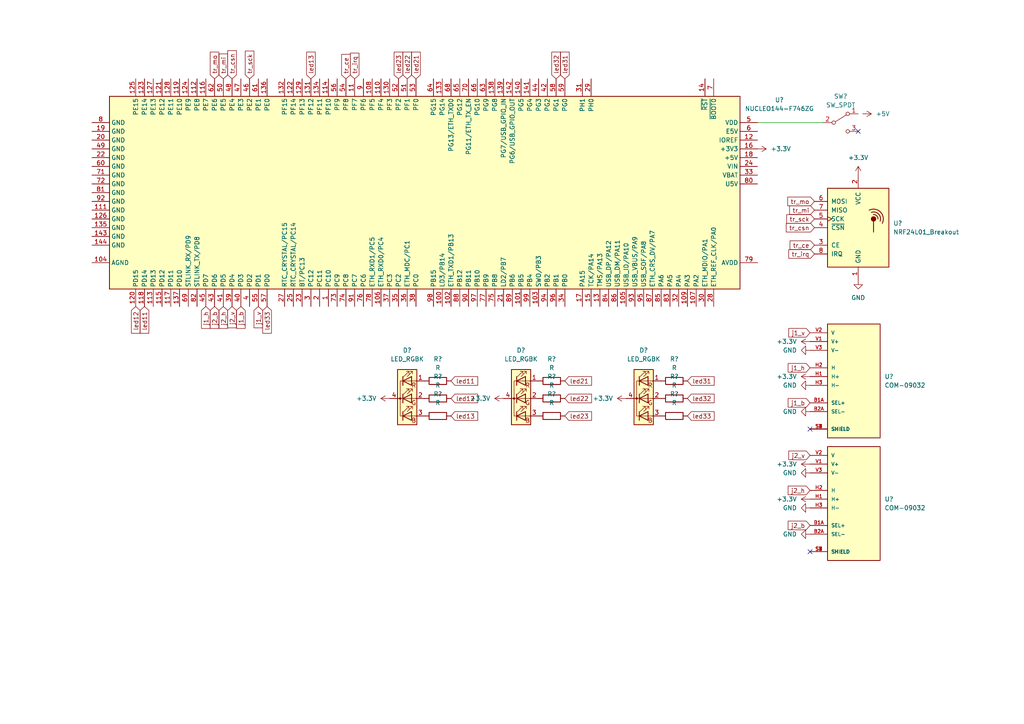
<source format=kicad_sch>
(kicad_sch (version 20211123) (generator eeschema)

  (uuid 86d9edf4-e892-43a8-9472-6e9545d21d29)

  (paper "A4")

  (lib_symbols
    (symbol "COM-09032:COM-09032" (pin_names (offset 1.016)) (in_bom yes) (on_board yes)
      (property "Reference" "U" (id 0) (at -7.62 16.002 0)
        (effects (font (size 1.27 1.27)) (justify left bottom))
      )
      (property "Value" "COM-09032" (id 1) (at -7.62 -20.32 0)
        (effects (font (size 1.27 1.27)) (justify left bottom))
      )
      (property "Footprint" "SnapEDA Library:XDCR_COM-09032" (id 2) (at 0 0 0)
        (effects (font (size 1.27 1.27)) (justify left bottom) hide)
      )
      (property "Datasheet" "" (id 3) (at 0 0 0)
        (effects (font (size 1.27 1.27)) (justify left bottom) hide)
      )
      (property "MAXIMUM_PACKAGE_HEIGHT" "30.1mm" (id 4) (at 0 0 0)
        (effects (font (size 1.27 1.27)) (justify left bottom) hide)
      )
      (property "MANUFACTURER" "SparkFun Electronics" (id 5) (at 0 0 0)
        (effects (font (size 1.27 1.27)) (justify left bottom) hide)
      )
      (property "PARTREV" "N/A" (id 6) (at 0 0 0)
        (effects (font (size 1.27 1.27)) (justify left bottom) hide)
      )
      (property "STANDARD" "Manufacturer Recommendations" (id 7) (at 0 0 0)
        (effects (font (size 1.27 1.27)) (justify left bottom) hide)
      )
      (property "ki_locked" "" (id 8) (at 0 0 0)
        (effects (font (size 1.27 1.27)))
      )
      (symbol "COM-09032_0_0"
        (rectangle (start -7.62 -17.78) (end 7.62 15.24)
          (stroke (width 0.254) (type default) (color 0 0 0 0))
          (fill (type background))
        )
        (pin passive line (at -12.7 -7.62 0) (length 5.08)
          (name "SEL+" (effects (font (size 1.016 1.016))))
          (number "B1A" (effects (font (size 1.016 1.016))))
        )
        (pin passive line (at -12.7 -10.16 0) (length 5.08)
          (name "SEL-" (effects (font (size 1.016 1.016))))
          (number "B2A" (effects (font (size 1.016 1.016))))
        )
        (pin passive line (at -12.7 0 0) (length 5.08)
          (name "H+" (effects (font (size 1.016 1.016))))
          (number "H1" (effects (font (size 1.016 1.016))))
        )
        (pin passive line (at -12.7 2.54 0) (length 5.08)
          (name "H" (effects (font (size 1.016 1.016))))
          (number "H2" (effects (font (size 1.016 1.016))))
        )
        (pin passive line (at -12.7 -2.54 0) (length 5.08)
          (name "H-" (effects (font (size 1.016 1.016))))
          (number "H3" (effects (font (size 1.016 1.016))))
        )
        (pin passive line (at -12.7 -15.24 0) (length 5.08)
          (name "SHIELD" (effects (font (size 1.016 1.016))))
          (number "S1" (effects (font (size 1.016 1.016))))
        )
        (pin passive line (at -12.7 -15.24 0) (length 5.08)
          (name "SHIELD" (effects (font (size 1.016 1.016))))
          (number "S2" (effects (font (size 1.016 1.016))))
        )
        (pin passive line (at -12.7 -15.24 0) (length 5.08)
          (name "SHIELD" (effects (font (size 1.016 1.016))))
          (number "S3" (effects (font (size 1.016 1.016))))
        )
        (pin passive line (at -12.7 -15.24 0) (length 5.08)
          (name "SHIELD" (effects (font (size 1.016 1.016))))
          (number "S4" (effects (font (size 1.016 1.016))))
        )
        (pin passive line (at -12.7 10.16 0) (length 5.08)
          (name "V+" (effects (font (size 1.016 1.016))))
          (number "V1" (effects (font (size 1.016 1.016))))
        )
        (pin passive line (at -12.7 12.7 0) (length 5.08)
          (name "V" (effects (font (size 1.016 1.016))))
          (number "V2" (effects (font (size 1.016 1.016))))
        )
        (pin passive line (at -12.7 7.62 0) (length 5.08)
          (name "V-" (effects (font (size 1.016 1.016))))
          (number "V3" (effects (font (size 1.016 1.016))))
        )
      )
    )
    (symbol "Device:LED_RGBK" (pin_names (offset 0) hide) (in_bom yes) (on_board yes)
      (property "Reference" "D" (id 0) (at 0 9.398 0)
        (effects (font (size 1.27 1.27)))
      )
      (property "Value" "LED_RGBK" (id 1) (at 0 -8.89 0)
        (effects (font (size 1.27 1.27)))
      )
      (property "Footprint" "" (id 2) (at 0 -1.27 0)
        (effects (font (size 1.27 1.27)) hide)
      )
      (property "Datasheet" "~" (id 3) (at 0 -1.27 0)
        (effects (font (size 1.27 1.27)) hide)
      )
      (property "ki_keywords" "LED RGB diode" (id 4) (at 0 0 0)
        (effects (font (size 1.27 1.27)) hide)
      )
      (property "ki_description" "RGB LED, red/green/blue/cathode" (id 5) (at 0 0 0)
        (effects (font (size 1.27 1.27)) hide)
      )
      (property "ki_fp_filters" "LED* LED_SMD:* LED_THT:*" (id 6) (at 0 0 0)
        (effects (font (size 1.27 1.27)) hide)
      )
      (symbol "LED_RGBK_0_0"
        (text "B" (at 1.905 -6.35 0)
          (effects (font (size 1.27 1.27)))
        )
        (text "G" (at 1.905 -1.27 0)
          (effects (font (size 1.27 1.27)))
        )
        (text "R" (at 1.905 3.81 0)
          (effects (font (size 1.27 1.27)))
        )
      )
      (symbol "LED_RGBK_0_1"
        (circle (center -2.032 0) (radius 0.254)
          (stroke (width 0) (type default) (color 0 0 0 0))
          (fill (type outline))
        )
        (polyline
          (pts
            (xy -1.27 -5.08)
            (xy 1.27 -5.08)
          )
          (stroke (width 0) (type default) (color 0 0 0 0))
          (fill (type none))
        )
        (polyline
          (pts
            (xy -1.27 -3.81)
            (xy -1.27 -6.35)
          )
          (stroke (width 0.254) (type default) (color 0 0 0 0))
          (fill (type none))
        )
        (polyline
          (pts
            (xy -1.27 0)
            (xy -2.54 0)
          )
          (stroke (width 0) (type default) (color 0 0 0 0))
          (fill (type none))
        )
        (polyline
          (pts
            (xy -1.27 1.27)
            (xy -1.27 -1.27)
          )
          (stroke (width 0.254) (type default) (color 0 0 0 0))
          (fill (type none))
        )
        (polyline
          (pts
            (xy -1.27 5.08)
            (xy 1.27 5.08)
          )
          (stroke (width 0) (type default) (color 0 0 0 0))
          (fill (type none))
        )
        (polyline
          (pts
            (xy -1.27 6.35)
            (xy -1.27 3.81)
          )
          (stroke (width 0.254) (type default) (color 0 0 0 0))
          (fill (type none))
        )
        (polyline
          (pts
            (xy 1.27 -5.08)
            (xy 2.54 -5.08)
          )
          (stroke (width 0) (type default) (color 0 0 0 0))
          (fill (type none))
        )
        (polyline
          (pts
            (xy 1.27 0)
            (xy -1.27 0)
          )
          (stroke (width 0) (type default) (color 0 0 0 0))
          (fill (type none))
        )
        (polyline
          (pts
            (xy 1.27 0)
            (xy 2.54 0)
          )
          (stroke (width 0) (type default) (color 0 0 0 0))
          (fill (type none))
        )
        (polyline
          (pts
            (xy 1.27 5.08)
            (xy 2.54 5.08)
          )
          (stroke (width 0) (type default) (color 0 0 0 0))
          (fill (type none))
        )
        (polyline
          (pts
            (xy -1.27 1.27)
            (xy -1.27 -1.27)
            (xy -1.27 -1.27)
          )
          (stroke (width 0) (type default) (color 0 0 0 0))
          (fill (type none))
        )
        (polyline
          (pts
            (xy -1.27 6.35)
            (xy -1.27 3.81)
            (xy -1.27 3.81)
          )
          (stroke (width 0) (type default) (color 0 0 0 0))
          (fill (type none))
        )
        (polyline
          (pts
            (xy -1.27 5.08)
            (xy -2.032 5.08)
            (xy -2.032 -5.08)
            (xy -1.016 -5.08)
          )
          (stroke (width 0) (type default) (color 0 0 0 0))
          (fill (type none))
        )
        (polyline
          (pts
            (xy 1.27 -3.81)
            (xy 1.27 -6.35)
            (xy -1.27 -5.08)
            (xy 1.27 -3.81)
          )
          (stroke (width 0.254) (type default) (color 0 0 0 0))
          (fill (type none))
        )
        (polyline
          (pts
            (xy 1.27 1.27)
            (xy 1.27 -1.27)
            (xy -1.27 0)
            (xy 1.27 1.27)
          )
          (stroke (width 0.254) (type default) (color 0 0 0 0))
          (fill (type none))
        )
        (polyline
          (pts
            (xy 1.27 6.35)
            (xy 1.27 3.81)
            (xy -1.27 5.08)
            (xy 1.27 6.35)
          )
          (stroke (width 0.254) (type default) (color 0 0 0 0))
          (fill (type none))
        )
        (polyline
          (pts
            (xy -1.016 -3.81)
            (xy 0.508 -2.286)
            (xy -0.254 -2.286)
            (xy 0.508 -2.286)
            (xy 0.508 -3.048)
          )
          (stroke (width 0) (type default) (color 0 0 0 0))
          (fill (type none))
        )
        (polyline
          (pts
            (xy -1.016 1.27)
            (xy 0.508 2.794)
            (xy -0.254 2.794)
            (xy 0.508 2.794)
            (xy 0.508 2.032)
          )
          (stroke (width 0) (type default) (color 0 0 0 0))
          (fill (type none))
        )
        (polyline
          (pts
            (xy -1.016 6.35)
            (xy 0.508 7.874)
            (xy -0.254 7.874)
            (xy 0.508 7.874)
            (xy 0.508 7.112)
          )
          (stroke (width 0) (type default) (color 0 0 0 0))
          (fill (type none))
        )
        (polyline
          (pts
            (xy 0 -3.81)
            (xy 1.524 -2.286)
            (xy 0.762 -2.286)
            (xy 1.524 -2.286)
            (xy 1.524 -3.048)
          )
          (stroke (width 0) (type default) (color 0 0 0 0))
          (fill (type none))
        )
        (polyline
          (pts
            (xy 0 1.27)
            (xy 1.524 2.794)
            (xy 0.762 2.794)
            (xy 1.524 2.794)
            (xy 1.524 2.032)
          )
          (stroke (width 0) (type default) (color 0 0 0 0))
          (fill (type none))
        )
        (polyline
          (pts
            (xy 0 6.35)
            (xy 1.524 7.874)
            (xy 0.762 7.874)
            (xy 1.524 7.874)
            (xy 1.524 7.112)
          )
          (stroke (width 0) (type default) (color 0 0 0 0))
          (fill (type none))
        )
        (rectangle (start 1.27 -1.27) (end 1.27 1.27)
          (stroke (width 0) (type default) (color 0 0 0 0))
          (fill (type none))
        )
        (rectangle (start 1.27 1.27) (end 1.27 1.27)
          (stroke (width 0) (type default) (color 0 0 0 0))
          (fill (type none))
        )
        (rectangle (start 1.27 3.81) (end 1.27 6.35)
          (stroke (width 0) (type default) (color 0 0 0 0))
          (fill (type none))
        )
        (rectangle (start 1.27 6.35) (end 1.27 6.35)
          (stroke (width 0) (type default) (color 0 0 0 0))
          (fill (type none))
        )
        (rectangle (start 2.794 8.382) (end -2.794 -7.62)
          (stroke (width 0.254) (type default) (color 0 0 0 0))
          (fill (type background))
        )
      )
      (symbol "LED_RGBK_1_1"
        (pin passive line (at 5.08 5.08 180) (length 2.54)
          (name "RA" (effects (font (size 1.27 1.27))))
          (number "1" (effects (font (size 1.27 1.27))))
        )
        (pin passive line (at 5.08 0 180) (length 2.54)
          (name "GA" (effects (font (size 1.27 1.27))))
          (number "2" (effects (font (size 1.27 1.27))))
        )
        (pin passive line (at 5.08 -5.08 180) (length 2.54)
          (name "BA" (effects (font (size 1.27 1.27))))
          (number "3" (effects (font (size 1.27 1.27))))
        )
        (pin passive line (at -5.08 0 0) (length 2.54)
          (name "K" (effects (font (size 1.27 1.27))))
          (number "4" (effects (font (size 1.27 1.27))))
        )
      )
    )
    (symbol "Device:R" (pin_numbers hide) (pin_names (offset 0)) (in_bom yes) (on_board yes)
      (property "Reference" "R" (id 0) (at 2.032 0 90)
        (effects (font (size 1.27 1.27)))
      )
      (property "Value" "R" (id 1) (at 0 0 90)
        (effects (font (size 1.27 1.27)))
      )
      (property "Footprint" "" (id 2) (at -1.778 0 90)
        (effects (font (size 1.27 1.27)) hide)
      )
      (property "Datasheet" "~" (id 3) (at 0 0 0)
        (effects (font (size 1.27 1.27)) hide)
      )
      (property "ki_keywords" "R res resistor" (id 4) (at 0 0 0)
        (effects (font (size 1.27 1.27)) hide)
      )
      (property "ki_description" "Resistor" (id 5) (at 0 0 0)
        (effects (font (size 1.27 1.27)) hide)
      )
      (property "ki_fp_filters" "R_*" (id 6) (at 0 0 0)
        (effects (font (size 1.27 1.27)) hide)
      )
      (symbol "R_0_1"
        (rectangle (start -1.016 -2.54) (end 1.016 2.54)
          (stroke (width 0.254) (type default) (color 0 0 0 0))
          (fill (type none))
        )
      )
      (symbol "R_1_1"
        (pin passive line (at 0 3.81 270) (length 1.27)
          (name "~" (effects (font (size 1.27 1.27))))
          (number "1" (effects (font (size 1.27 1.27))))
        )
        (pin passive line (at 0 -3.81 90) (length 1.27)
          (name "~" (effects (font (size 1.27 1.27))))
          (number "2" (effects (font (size 1.27 1.27))))
        )
      )
    )
    (symbol "MCU_Module:NUCLEO144-F746ZG" (in_bom yes) (on_board yes)
      (property "Reference" "U" (id 0) (at -22.86 94.615 0)
        (effects (font (size 1.27 1.27)) (justify right))
      )
      (property "Value" "NUCLEO144-F746ZG" (id 1) (at -22.86 92.71 0)
        (effects (font (size 1.27 1.27)) (justify right))
      )
      (property "Footprint" "Module:ST_Morpho_Connector_144_STLink" (id 2) (at 21.59 -92.71 0)
        (effects (font (size 1.27 1.27)) (justify left) hide)
      )
      (property "Datasheet" "https://www.st.com/resource/en/user_manual/dm00244518-stm32-nucleo144-boards-stmicroelectronics.pdf" (id 3) (at -22.86 7.62 0)
        (effects (font (size 1.27 1.27)) hide)
      )
      (property "ki_keywords" "STM32 Nucleo ST" (id 4) (at 0 0 0)
        (effects (font (size 1.27 1.27)) hide)
      )
      (property "ki_description" "Nucleo 144 Development Board with STM32F746ZG MCU, 256kB RAM, 1Mb FLASH" (id 5) (at 0 0 0)
        (effects (font (size 1.27 1.27)) hide)
      )
      (property "ki_fp_filters" "ST*Morpho*Connector*144*STLink*" (id 6) (at 0 0 0)
        (effects (font (size 1.27 1.27)) hide)
      )
      (symbol "NUCLEO144-F746ZG_0_1"
        (rectangle (start -27.94 -91.44) (end 27.94 91.44)
          (stroke (width 0.254) (type default) (color 0 0 0 0))
          (fill (type background))
        )
      )
      (symbol "NUCLEO144-F746ZG_1_1"
        (pin bidirectional line (at 33.02 -27.94 180) (length 5.08)
          (name "PC10" (effects (font (size 1.27 1.27))))
          (number "1" (effects (font (size 1.27 1.27))))
        )
        (pin no_connect line (at -33.02 55.88 0) (length 5.08) hide
          (name "NC" (effects (font (size 1.27 1.27))))
          (number "10" (effects (font (size 1.27 1.27))))
        )
        (pin bidirectional line (at 33.02 5.08 180) (length 5.08)
          (name "LD3/PB14" (effects (font (size 1.27 1.27))))
          (number "100" (effects (font (size 1.27 1.27))))
        )
        (pin bidirectional line (at 33.02 27.94 180) (length 5.08)
          (name "PB5" (effects (font (size 1.27 1.27))))
          (number "101" (effects (font (size 1.27 1.27))))
        )
        (pin bidirectional line (at 33.02 7.62 180) (length 5.08)
          (name "ETH_TXD1/PB13" (effects (font (size 1.27 1.27))))
          (number "102" (effects (font (size 1.27 1.27))))
        )
        (pin bidirectional line (at 33.02 33.02 180) (length 5.08)
          (name "SWO/PB3" (effects (font (size 1.27 1.27))))
          (number "103" (effects (font (size 1.27 1.27))))
        )
        (pin power_in line (at 20.32 -96.52 90) (length 5.08)
          (name "AGND" (effects (font (size 1.27 1.27))))
          (number "104" (effects (font (size 1.27 1.27))))
        )
        (pin bidirectional line (at 33.02 58.42 180) (length 5.08)
          (name "USB_ID/PA10" (effects (font (size 1.27 1.27))))
          (number "105" (effects (font (size 1.27 1.27))))
        )
        (pin bidirectional line (at 33.02 -12.7 180) (length 5.08)
          (name "ETH_RXD0/PC4" (effects (font (size 1.27 1.27))))
          (number "106" (effects (font (size 1.27 1.27))))
        )
        (pin bidirectional line (at 33.02 78.74 180) (length 5.08)
          (name "PA2" (effects (font (size 1.27 1.27))))
          (number "107" (effects (font (size 1.27 1.27))))
        )
        (pin bidirectional line (at -33.02 -15.24 0) (length 5.08)
          (name "PF5" (effects (font (size 1.27 1.27))))
          (number "108" (effects (font (size 1.27 1.27))))
        )
        (pin bidirectional line (at 33.02 76.2 180) (length 5.08)
          (name "PA3" (effects (font (size 1.27 1.27))))
          (number "109" (effects (font (size 1.27 1.27))))
        )
        (pin bidirectional line (at -33.02 -20.32 0) (length 5.08)
          (name "PF7" (effects (font (size 1.27 1.27))))
          (number "11" (effects (font (size 1.27 1.27))))
        )
        (pin bidirectional line (at -33.02 -12.7 0) (length 5.08)
          (name "PF4" (effects (font (size 1.27 1.27))))
          (number "110" (effects (font (size 1.27 1.27))))
        )
        (pin power_in line (at 5.08 -96.52 90) (length 5.08)
          (name "GND" (effects (font (size 1.27 1.27))))
          (number "111" (effects (font (size 1.27 1.27))))
        )
        (pin bidirectional line (at -33.02 -66.04 0) (length 5.08)
          (name "PE8" (effects (font (size 1.27 1.27))))
          (number "112" (effects (font (size 1.27 1.27))))
        )
        (pin bidirectional line (at 33.02 -78.74 180) (length 5.08)
          (name "PD13" (effects (font (size 1.27 1.27))))
          (number "113" (effects (font (size 1.27 1.27))))
        )
        (pin bidirectional line (at -33.02 -27.94 0) (length 5.08)
          (name "PF10" (effects (font (size 1.27 1.27))))
          (number "114" (effects (font (size 1.27 1.27))))
        )
        (pin bidirectional line (at 33.02 -76.2 180) (length 5.08)
          (name "PD12" (effects (font (size 1.27 1.27))))
          (number "115" (effects (font (size 1.27 1.27))))
        )
        (pin bidirectional line (at -33.02 -63.5 0) (length 5.08)
          (name "PE7" (effects (font (size 1.27 1.27))))
          (number "116" (effects (font (size 1.27 1.27))))
        )
        (pin bidirectional line (at 33.02 -73.66 180) (length 5.08)
          (name "PD11" (effects (font (size 1.27 1.27))))
          (number "117" (effects (font (size 1.27 1.27))))
        )
        (pin bidirectional line (at 33.02 -81.28 180) (length 5.08)
          (name "PD14" (effects (font (size 1.27 1.27))))
          (number "118" (effects (font (size 1.27 1.27))))
        )
        (pin bidirectional line (at -33.02 -71.12 0) (length 5.08)
          (name "PE10" (effects (font (size 1.27 1.27))))
          (number "119" (effects (font (size 1.27 1.27))))
        )
        (pin power_in line (at -15.24 96.52 270) (length 5.08)
          (name "IOREF" (effects (font (size 1.27 1.27))))
          (number "12" (effects (font (size 1.27 1.27))))
        )
        (pin bidirectional line (at 33.02 -83.82 180) (length 5.08)
          (name "PD15" (effects (font (size 1.27 1.27))))
          (number "120" (effects (font (size 1.27 1.27))))
        )
        (pin bidirectional line (at -33.02 -76.2 0) (length 5.08)
          (name "PE12" (effects (font (size 1.27 1.27))))
          (number "121" (effects (font (size 1.27 1.27))))
        )
        (pin bidirectional line (at -33.02 -38.1 0) (length 5.08)
          (name "PF14" (effects (font (size 1.27 1.27))))
          (number "122" (effects (font (size 1.27 1.27))))
        )
        (pin bidirectional line (at -33.02 -81.28 0) (length 5.08)
          (name "PE14" (effects (font (size 1.27 1.27))))
          (number "123" (effects (font (size 1.27 1.27))))
        )
        (pin bidirectional line (at -33.02 -68.58 0) (length 5.08)
          (name "PE9" (effects (font (size 1.27 1.27))))
          (number "124" (effects (font (size 1.27 1.27))))
        )
        (pin bidirectional line (at -33.02 -83.82 0) (length 5.08)
          (name "PE15" (effects (font (size 1.27 1.27))))
          (number "125" (effects (font (size 1.27 1.27))))
        )
        (pin power_in line (at 7.62 -96.52 90) (length 5.08)
          (name "GND" (effects (font (size 1.27 1.27))))
          (number "126" (effects (font (size 1.27 1.27))))
        )
        (pin bidirectional line (at -33.02 -78.74 0) (length 5.08)
          (name "PE13" (effects (font (size 1.27 1.27))))
          (number "127" (effects (font (size 1.27 1.27))))
        )
        (pin bidirectional line (at -33.02 -73.66 0) (length 5.08)
          (name "PE11" (effects (font (size 1.27 1.27))))
          (number "128" (effects (font (size 1.27 1.27))))
        )
        (pin bidirectional line (at -33.02 -35.56 0) (length 5.08)
          (name "PF13" (effects (font (size 1.27 1.27))))
          (number "129" (effects (font (size 1.27 1.27))))
        )
        (pin bidirectional line (at 33.02 50.8 180) (length 5.08)
          (name "TMS/PA13" (effects (font (size 1.27 1.27))))
          (number "13" (effects (font (size 1.27 1.27))))
        )
        (pin bidirectional line (at -33.02 -10.16 0) (length 5.08)
          (name "PF3" (effects (font (size 1.27 1.27))))
          (number "130" (effects (font (size 1.27 1.27))))
        )
        (pin bidirectional line (at -33.02 -33.02 0) (length 5.08)
          (name "PF12" (effects (font (size 1.27 1.27))))
          (number "131" (effects (font (size 1.27 1.27))))
        )
        (pin bidirectional line (at -33.02 -40.64 0) (length 5.08)
          (name "PF15" (effects (font (size 1.27 1.27))))
          (number "132" (effects (font (size 1.27 1.27))))
        )
        (pin bidirectional line (at -33.02 5.08 0) (length 5.08)
          (name "PG14" (effects (font (size 1.27 1.27))))
          (number "133" (effects (font (size 1.27 1.27))))
        )
        (pin bidirectional line (at -33.02 -30.48 0) (length 5.08)
          (name "PF11" (effects (font (size 1.27 1.27))))
          (number "134" (effects (font (size 1.27 1.27))))
        )
        (pin power_in line (at 10.16 -96.52 90) (length 5.08)
          (name "GND" (effects (font (size 1.27 1.27))))
          (number "135" (effects (font (size 1.27 1.27))))
        )
        (pin bidirectional line (at -33.02 -45.72 0) (length 5.08)
          (name "PE0" (effects (font (size 1.27 1.27))))
          (number "136" (effects (font (size 1.27 1.27))))
        )
        (pin bidirectional line (at 33.02 -71.12 180) (length 5.08)
          (name "PD10" (effects (font (size 1.27 1.27))))
          (number "137" (effects (font (size 1.27 1.27))))
        )
        (pin bidirectional line (at -33.02 20.32 0) (length 5.08)
          (name "PG8" (effects (font (size 1.27 1.27))))
          (number "138" (effects (font (size 1.27 1.27))))
        )
        (pin bidirectional line (at -33.02 22.86 0) (length 5.08)
          (name "PG7/USB_GPIO_IN" (effects (font (size 1.27 1.27))))
          (number "139" (effects (font (size 1.27 1.27))))
        )
        (pin input line (at -33.02 81.28 0) (length 5.08)
          (name "~{RST}" (effects (font (size 1.27 1.27))))
          (number "14" (effects (font (size 1.27 1.27))))
        )
        (pin bidirectional line (at -33.02 27.94 0) (length 5.08)
          (name "PG5" (effects (font (size 1.27 1.27))))
          (number "140" (effects (font (size 1.27 1.27))))
        )
        (pin bidirectional line (at -33.02 30.48 0) (length 5.08)
          (name "PG4" (effects (font (size 1.27 1.27))))
          (number "141" (effects (font (size 1.27 1.27))))
        )
        (pin bidirectional line (at -33.02 25.4 0) (length 5.08)
          (name "PG6/USB_GPIO_OUT" (effects (font (size 1.27 1.27))))
          (number "142" (effects (font (size 1.27 1.27))))
        )
        (pin power_in line (at 12.7 -96.52 90) (length 5.08)
          (name "GND" (effects (font (size 1.27 1.27))))
          (number "143" (effects (font (size 1.27 1.27))))
        )
        (pin power_in line (at 15.24 -96.52 90) (length 5.08)
          (name "GND" (effects (font (size 1.27 1.27))))
          (number "144" (effects (font (size 1.27 1.27))))
        )
        (pin bidirectional line (at 33.02 48.26 180) (length 5.08)
          (name "TCK/PA14" (effects (font (size 1.27 1.27))))
          (number "15" (effects (font (size 1.27 1.27))))
        )
        (pin power_in line (at -12.7 96.52 270) (length 5.08)
          (name "+3V3" (effects (font (size 1.27 1.27))))
          (number "16" (effects (font (size 1.27 1.27))))
        )
        (pin bidirectional line (at 33.02 45.72 180) (length 5.08)
          (name "PA15" (effects (font (size 1.27 1.27))))
          (number "17" (effects (font (size 1.27 1.27))))
        )
        (pin power_in line (at -10.16 96.52 270) (length 5.08)
          (name "+5V" (effects (font (size 1.27 1.27))))
          (number "18" (effects (font (size 1.27 1.27))))
        )
        (pin power_in line (at -17.78 -96.52 90) (length 5.08)
          (name "GND" (effects (font (size 1.27 1.27))))
          (number "19" (effects (font (size 1.27 1.27))))
        )
        (pin bidirectional line (at 33.02 -30.48 180) (length 5.08)
          (name "PC11" (effects (font (size 1.27 1.27))))
          (number "2" (effects (font (size 1.27 1.27))))
        )
        (pin power_in line (at -15.24 -96.52 90) (length 5.08)
          (name "GND" (effects (font (size 1.27 1.27))))
          (number "20" (effects (font (size 1.27 1.27))))
        )
        (pin bidirectional line (at 33.02 22.86 180) (length 5.08)
          (name "LD2/PB7" (effects (font (size 1.27 1.27))))
          (number "21" (effects (font (size 1.27 1.27))))
        )
        (pin power_in line (at -10.16 -96.52 90) (length 5.08)
          (name "GND" (effects (font (size 1.27 1.27))))
          (number "22" (effects (font (size 1.27 1.27))))
        )
        (pin bidirectional line (at 33.02 -35.56 180) (length 5.08)
          (name "BT/PC13" (effects (font (size 1.27 1.27))))
          (number "23" (effects (font (size 1.27 1.27))))
        )
        (pin power_in line (at -7.62 96.52 270) (length 5.08)
          (name "VIN" (effects (font (size 1.27 1.27))))
          (number "24" (effects (font (size 1.27 1.27))))
        )
        (pin bidirectional line (at 33.02 -38.1 180) (length 5.08)
          (name "RTC_CRYSTAL/PC14" (effects (font (size 1.27 1.27))))
          (number "25" (effects (font (size 1.27 1.27))))
        )
        (pin no_connect line (at -33.02 58.42 0) (length 5.08) hide
          (name "NC" (effects (font (size 1.27 1.27))))
          (number "26" (effects (font (size 1.27 1.27))))
        )
        (pin bidirectional line (at 33.02 -40.64 180) (length 5.08)
          (name "RTC_CRYSTAL/PC15" (effects (font (size 1.27 1.27))))
          (number "27" (effects (font (size 1.27 1.27))))
        )
        (pin bidirectional line (at 33.02 83.82 180) (length 5.08)
          (name "ETH_REF_CLK/PA0" (effects (font (size 1.27 1.27))))
          (number "28" (effects (font (size 1.27 1.27))))
        )
        (pin bidirectional line (at -33.02 48.26 0) (length 5.08)
          (name "PH0" (effects (font (size 1.27 1.27))))
          (number "29" (effects (font (size 1.27 1.27))))
        )
        (pin bidirectional line (at 33.02 -33.02 180) (length 5.08)
          (name "PC12" (effects (font (size 1.27 1.27))))
          (number "3" (effects (font (size 1.27 1.27))))
        )
        (pin bidirectional line (at 33.02 81.28 180) (length 5.08)
          (name "ETH_MDIO/PA1" (effects (font (size 1.27 1.27))))
          (number "30" (effects (font (size 1.27 1.27))))
        )
        (pin bidirectional line (at -33.02 45.72 0) (length 5.08)
          (name "PH1" (effects (font (size 1.27 1.27))))
          (number "31" (effects (font (size 1.27 1.27))))
        )
        (pin bidirectional line (at 33.02 73.66 180) (length 5.08)
          (name "PA4" (effects (font (size 1.27 1.27))))
          (number "32" (effects (font (size 1.27 1.27))))
        )
        (pin power_in line (at -5.08 96.52 270) (length 5.08)
          (name "VBAT" (effects (font (size 1.27 1.27))))
          (number "33" (effects (font (size 1.27 1.27))))
        )
        (pin bidirectional line (at 33.02 40.64 180) (length 5.08)
          (name "PB0" (effects (font (size 1.27 1.27))))
          (number "34" (effects (font (size 1.27 1.27))))
        )
        (pin bidirectional line (at 33.02 -7.62 180) (length 5.08)
          (name "PC2" (effects (font (size 1.27 1.27))))
          (number "35" (effects (font (size 1.27 1.27))))
        )
        (pin bidirectional line (at 33.02 -5.08 180) (length 5.08)
          (name "ETH_MDC/PC1" (effects (font (size 1.27 1.27))))
          (number "36" (effects (font (size 1.27 1.27))))
        )
        (pin bidirectional line (at 33.02 -10.16 180) (length 5.08)
          (name "PC3" (effects (font (size 1.27 1.27))))
          (number "37" (effects (font (size 1.27 1.27))))
        )
        (pin bidirectional line (at 33.02 -2.54 180) (length 5.08)
          (name "PC0" (effects (font (size 1.27 1.27))))
          (number "38" (effects (font (size 1.27 1.27))))
        )
        (pin bidirectional line (at 33.02 -55.88 180) (length 5.08)
          (name "PD4" (effects (font (size 1.27 1.27))))
          (number "39" (effects (font (size 1.27 1.27))))
        )
        (pin bidirectional line (at 33.02 -50.8 180) (length 5.08)
          (name "PD2" (effects (font (size 1.27 1.27))))
          (number "4" (effects (font (size 1.27 1.27))))
        )
        (pin bidirectional line (at 33.02 -53.34 180) (length 5.08)
          (name "PD3" (effects (font (size 1.27 1.27))))
          (number "40" (effects (font (size 1.27 1.27))))
        )
        (pin bidirectional line (at 33.02 -58.42 180) (length 5.08)
          (name "PD5" (effects (font (size 1.27 1.27))))
          (number "41" (effects (font (size 1.27 1.27))))
        )
        (pin bidirectional line (at -33.02 35.56 0) (length 5.08)
          (name "PG2" (effects (font (size 1.27 1.27))))
          (number "42" (effects (font (size 1.27 1.27))))
        )
        (pin bidirectional line (at 33.02 -60.96 180) (length 5.08)
          (name "PD6" (effects (font (size 1.27 1.27))))
          (number "43" (effects (font (size 1.27 1.27))))
        )
        (pin bidirectional line (at -33.02 33.02 0) (length 5.08)
          (name "PG3" (effects (font (size 1.27 1.27))))
          (number "44" (effects (font (size 1.27 1.27))))
        )
        (pin bidirectional line (at 33.02 -63.5 180) (length 5.08)
          (name "PD7" (effects (font (size 1.27 1.27))))
          (number "45" (effects (font (size 1.27 1.27))))
        )
        (pin bidirectional line (at -33.02 -50.8 0) (length 5.08)
          (name "PE2" (effects (font (size 1.27 1.27))))
          (number "46" (effects (font (size 1.27 1.27))))
        )
        (pin bidirectional line (at -33.02 -53.34 0) (length 5.08)
          (name "PE3" (effects (font (size 1.27 1.27))))
          (number "47" (effects (font (size 1.27 1.27))))
        )
        (pin bidirectional line (at -33.02 -55.88 0) (length 5.08)
          (name "PE4" (effects (font (size 1.27 1.27))))
          (number "48" (effects (font (size 1.27 1.27))))
        )
        (pin power_in line (at -12.7 -96.52 90) (length 5.08)
          (name "GND" (effects (font (size 1.27 1.27))))
          (number "49" (effects (font (size 1.27 1.27))))
        )
        (pin power_in line (at -20.32 96.52 270) (length 5.08)
          (name "VDD" (effects (font (size 1.27 1.27))))
          (number "5" (effects (font (size 1.27 1.27))))
        )
        (pin bidirectional line (at -33.02 -58.42 0) (length 5.08)
          (name "PE5" (effects (font (size 1.27 1.27))))
          (number "50" (effects (font (size 1.27 1.27))))
        )
        (pin bidirectional line (at -33.02 -5.08 0) (length 5.08)
          (name "PF1" (effects (font (size 1.27 1.27))))
          (number "51" (effects (font (size 1.27 1.27))))
        )
        (pin bidirectional line (at -33.02 -7.62 0) (length 5.08)
          (name "PF2" (effects (font (size 1.27 1.27))))
          (number "52" (effects (font (size 1.27 1.27))))
        )
        (pin bidirectional line (at -33.02 -2.54 0) (length 5.08)
          (name "PF0" (effects (font (size 1.27 1.27))))
          (number "53" (effects (font (size 1.27 1.27))))
        )
        (pin bidirectional line (at -33.02 -22.86 0) (length 5.08)
          (name "PF8" (effects (font (size 1.27 1.27))))
          (number "54" (effects (font (size 1.27 1.27))))
        )
        (pin bidirectional line (at 33.02 -48.26 180) (length 5.08)
          (name "PD1" (effects (font (size 1.27 1.27))))
          (number "55" (effects (font (size 1.27 1.27))))
        )
        (pin bidirectional line (at -33.02 -25.4 0) (length 5.08)
          (name "PF9" (effects (font (size 1.27 1.27))))
          (number "56" (effects (font (size 1.27 1.27))))
        )
        (pin bidirectional line (at 33.02 -45.72 180) (length 5.08)
          (name "PD0" (effects (font (size 1.27 1.27))))
          (number "57" (effects (font (size 1.27 1.27))))
        )
        (pin bidirectional line (at -33.02 38.1 0) (length 5.08)
          (name "PG1" (effects (font (size 1.27 1.27))))
          (number "58" (effects (font (size 1.27 1.27))))
        )
        (pin bidirectional line (at -33.02 40.64 0) (length 5.08)
          (name "PG0" (effects (font (size 1.27 1.27))))
          (number "59" (effects (font (size 1.27 1.27))))
        )
        (pin power_in line (at -17.78 96.52 270) (length 5.08)
          (name "E5V" (effects (font (size 1.27 1.27))))
          (number "6" (effects (font (size 1.27 1.27))))
        )
        (pin power_in line (at -7.62 -96.52 90) (length 5.08)
          (name "GND" (effects (font (size 1.27 1.27))))
          (number "60" (effects (font (size 1.27 1.27))))
        )
        (pin bidirectional line (at -33.02 -48.26 0) (length 5.08)
          (name "PE1" (effects (font (size 1.27 1.27))))
          (number "61" (effects (font (size 1.27 1.27))))
        )
        (pin bidirectional line (at -33.02 -60.96 0) (length 5.08)
          (name "PE6" (effects (font (size 1.27 1.27))))
          (number "62" (effects (font (size 1.27 1.27))))
        )
        (pin bidirectional line (at -33.02 17.78 0) (length 5.08)
          (name "PG9" (effects (font (size 1.27 1.27))))
          (number "63" (effects (font (size 1.27 1.27))))
        )
        (pin bidirectional line (at -33.02 2.54 0) (length 5.08)
          (name "PG15" (effects (font (size 1.27 1.27))))
          (number "64" (effects (font (size 1.27 1.27))))
        )
        (pin bidirectional line (at -33.02 10.16 0) (length 5.08)
          (name "PG12" (effects (font (size 1.27 1.27))))
          (number "65" (effects (font (size 1.27 1.27))))
        )
        (pin bidirectional line (at -33.02 15.24 0) (length 5.08)
          (name "PG10" (effects (font (size 1.27 1.27))))
          (number "66" (effects (font (size 1.27 1.27))))
        )
        (pin no_connect line (at -33.02 53.34 0) (length 5.08) hide
          (name "NC" (effects (font (size 1.27 1.27))))
          (number "67" (effects (font (size 1.27 1.27))))
        )
        (pin bidirectional line (at -33.02 7.62 0) (length 5.08)
          (name "PG13/ETH_TXD0" (effects (font (size 1.27 1.27))))
          (number "68" (effects (font (size 1.27 1.27))))
        )
        (pin bidirectional line (at 33.02 -68.58 180) (length 5.08)
          (name "STLINK_RX/PD9" (effects (font (size 1.27 1.27))))
          (number "69" (effects (font (size 1.27 1.27))))
        )
        (pin input line (at -33.02 83.82 0) (length 5.08)
          (name "~{BOOT0}" (effects (font (size 1.27 1.27))))
          (number "7" (effects (font (size 1.27 1.27))))
        )
        (pin bidirectional line (at -33.02 12.7 0) (length 5.08)
          (name "PG11/ETH_TX_EN" (effects (font (size 1.27 1.27))))
          (number "70" (effects (font (size 1.27 1.27))))
        )
        (pin power_in line (at -5.08 -96.52 90) (length 5.08)
          (name "GND" (effects (font (size 1.27 1.27))))
          (number "71" (effects (font (size 1.27 1.27))))
        )
        (pin power_in line (at -2.54 -96.52 90) (length 5.08)
          (name "GND" (effects (font (size 1.27 1.27))))
          (number "72" (effects (font (size 1.27 1.27))))
        )
        (pin bidirectional line (at 33.02 -25.4 180) (length 5.08)
          (name "PC9" (effects (font (size 1.27 1.27))))
          (number "73" (effects (font (size 1.27 1.27))))
        )
        (pin bidirectional line (at 33.02 -22.86 180) (length 5.08)
          (name "PC8" (effects (font (size 1.27 1.27))))
          (number "74" (effects (font (size 1.27 1.27))))
        )
        (pin bidirectional line (at 33.02 20.32 180) (length 5.08)
          (name "PB8" (effects (font (size 1.27 1.27))))
          (number "75" (effects (font (size 1.27 1.27))))
        )
        (pin bidirectional line (at 33.02 -17.78 180) (length 5.08)
          (name "PC6" (effects (font (size 1.27 1.27))))
          (number "76" (effects (font (size 1.27 1.27))))
        )
        (pin bidirectional line (at 33.02 17.78 180) (length 5.08)
          (name "PB9" (effects (font (size 1.27 1.27))))
          (number "77" (effects (font (size 1.27 1.27))))
        )
        (pin bidirectional line (at 33.02 -15.24 180) (length 5.08)
          (name "ETH_RXD1/PC5" (effects (font (size 1.27 1.27))))
          (number "78" (effects (font (size 1.27 1.27))))
        )
        (pin power_in line (at 20.32 96.52 270) (length 5.08)
          (name "AVDD" (effects (font (size 1.27 1.27))))
          (number "79" (effects (font (size 1.27 1.27))))
        )
        (pin power_in line (at -20.32 -96.52 90) (length 5.08)
          (name "GND" (effects (font (size 1.27 1.27))))
          (number "8" (effects (font (size 1.27 1.27))))
        )
        (pin power_in line (at -2.54 96.52 270) (length 5.08)
          (name "U5V" (effects (font (size 1.27 1.27))))
          (number "80" (effects (font (size 1.27 1.27))))
        )
        (pin power_in line (at 0 -96.52 90) (length 5.08)
          (name "GND" (effects (font (size 1.27 1.27))))
          (number "81" (effects (font (size 1.27 1.27))))
        )
        (pin bidirectional line (at 33.02 -66.04 180) (length 5.08)
          (name "STLINK_TX/PD8" (effects (font (size 1.27 1.27))))
          (number "82" (effects (font (size 1.27 1.27))))
        )
        (pin bidirectional line (at 33.02 71.12 180) (length 5.08)
          (name "PA5" (effects (font (size 1.27 1.27))))
          (number "83" (effects (font (size 1.27 1.27))))
        )
        (pin bidirectional line (at 33.02 53.34 180) (length 5.08)
          (name "USB_DP/PA12" (effects (font (size 1.27 1.27))))
          (number "84" (effects (font (size 1.27 1.27))))
        )
        (pin bidirectional line (at 33.02 68.58 180) (length 5.08)
          (name "PA6" (effects (font (size 1.27 1.27))))
          (number "85" (effects (font (size 1.27 1.27))))
        )
        (pin bidirectional line (at 33.02 55.88 180) (length 5.08)
          (name "USB_DM/PA11" (effects (font (size 1.27 1.27))))
          (number "86" (effects (font (size 1.27 1.27))))
        )
        (pin bidirectional line (at 33.02 66.04 180) (length 5.08)
          (name "ETH_CRS_DV/PA7" (effects (font (size 1.27 1.27))))
          (number "87" (effects (font (size 1.27 1.27))))
        )
        (pin bidirectional line (at 33.02 10.16 180) (length 5.08)
          (name "PB12" (effects (font (size 1.27 1.27))))
          (number "88" (effects (font (size 1.27 1.27))))
        )
        (pin bidirectional line (at 33.02 25.4 180) (length 5.08)
          (name "PB6" (effects (font (size 1.27 1.27))))
          (number "89" (effects (font (size 1.27 1.27))))
        )
        (pin bidirectional line (at -33.02 -17.78 0) (length 5.08)
          (name "PF6" (effects (font (size 1.27 1.27))))
          (number "9" (effects (font (size 1.27 1.27))))
        )
        (pin bidirectional line (at 33.02 12.7 180) (length 5.08)
          (name "PB11" (effects (font (size 1.27 1.27))))
          (number "90" (effects (font (size 1.27 1.27))))
        )
        (pin bidirectional line (at 33.02 -20.32 180) (length 5.08)
          (name "PC7" (effects (font (size 1.27 1.27))))
          (number "91" (effects (font (size 1.27 1.27))))
        )
        (pin power_in line (at 2.54 -96.52 90) (length 5.08)
          (name "GND" (effects (font (size 1.27 1.27))))
          (number "92" (effects (font (size 1.27 1.27))))
        )
        (pin bidirectional line (at 33.02 60.96 180) (length 5.08)
          (name "USB_VBUS/PA9" (effects (font (size 1.27 1.27))))
          (number "93" (effects (font (size 1.27 1.27))))
        )
        (pin bidirectional line (at 33.02 35.56 180) (length 5.08)
          (name "PB2" (effects (font (size 1.27 1.27))))
          (number "94" (effects (font (size 1.27 1.27))))
        )
        (pin bidirectional line (at 33.02 63.5 180) (length 5.08)
          (name "USB_SOF/PA8" (effects (font (size 1.27 1.27))))
          (number "95" (effects (font (size 1.27 1.27))))
        )
        (pin bidirectional line (at 33.02 38.1 180) (length 5.08)
          (name "PB1" (effects (font (size 1.27 1.27))))
          (number "96" (effects (font (size 1.27 1.27))))
        )
        (pin bidirectional line (at 33.02 15.24 180) (length 5.08)
          (name "PB10" (effects (font (size 1.27 1.27))))
          (number "97" (effects (font (size 1.27 1.27))))
        )
        (pin bidirectional line (at 33.02 2.54 180) (length 5.08)
          (name "PB15" (effects (font (size 1.27 1.27))))
          (number "98" (effects (font (size 1.27 1.27))))
        )
        (pin bidirectional line (at 33.02 30.48 180) (length 5.08)
          (name "PB4" (effects (font (size 1.27 1.27))))
          (number "99" (effects (font (size 1.27 1.27))))
        )
      )
    )
    (symbol "RF:NRF24L01_Breakout" (pin_names (offset 1.016)) (in_bom yes) (on_board yes)
      (property "Reference" "U" (id 0) (at -8.89 12.7 0)
        (effects (font (size 1.27 1.27)) (justify left))
      )
      (property "Value" "NRF24L01_Breakout" (id 1) (at 3.81 12.7 0)
        (effects (font (size 1.27 1.27)) (justify left))
      )
      (property "Footprint" "RF_Module:nRF24L01_Breakout" (id 2) (at 3.81 15.24 0)
        (effects (font (size 1.27 1.27) italic) (justify left) hide)
      )
      (property "Datasheet" "http://www.nordicsemi.com/eng/content/download/2730/34105/file/nRF24L01_Product_Specification_v2_0.pdf" (id 3) (at 0 -2.54 0)
        (effects (font (size 1.27 1.27)) hide)
      )
      (property "ki_keywords" "Low Power RF Transceiver breakout carrier" (id 4) (at 0 0 0)
        (effects (font (size 1.27 1.27)) hide)
      )
      (property "ki_description" "Ultra low power 2.4GHz RF Transceiver, Carrier PCB" (id 5) (at 0 0 0)
        (effects (font (size 1.27 1.27)) hide)
      )
      (property "ki_fp_filters" "nRF24L01*Breakout*" (id 6) (at 0 0 0)
        (effects (font (size 1.27 1.27)) hide)
      )
      (symbol "NRF24L01_Breakout_0_1"
        (rectangle (start -8.89 11.43) (end 8.89 -11.43)
          (stroke (width 0.254) (type default) (color 0 0 0 0))
          (fill (type background))
        )
        (polyline
          (pts
            (xy 4.445 1.905)
            (xy 4.445 -1.27)
          )
          (stroke (width 0.254) (type default) (color 0 0 0 0))
          (fill (type none))
        )
        (circle (center 4.445 2.54) (radius 0.635)
          (stroke (width 0.254) (type default) (color 0 0 0 0))
          (fill (type outline))
        )
        (arc (start 5.715 2.54) (mid 5.3521 3.4546) (end 4.445 3.81)
          (stroke (width 0.254) (type default) (color 0 0 0 0))
          (fill (type none))
        )
        (arc (start 6.35 1.905) (mid 5.8763 3.9854) (end 3.81 4.445)
          (stroke (width 0.254) (type default) (color 0 0 0 0))
          (fill (type none))
        )
        (arc (start 6.985 1.27) (mid 6.453 4.548) (end 3.175 5.08)
          (stroke (width 0.254) (type default) (color 0 0 0 0))
          (fill (type none))
        )
      )
      (symbol "NRF24L01_Breakout_1_1"
        (pin power_in line (at 0 -15.24 90) (length 3.81)
          (name "GND" (effects (font (size 1.27 1.27))))
          (number "1" (effects (font (size 1.27 1.27))))
        )
        (pin power_in line (at 0 15.24 270) (length 3.81)
          (name "VCC" (effects (font (size 1.27 1.27))))
          (number "2" (effects (font (size 1.27 1.27))))
        )
        (pin input line (at -12.7 -5.08 0) (length 3.81)
          (name "CE" (effects (font (size 1.27 1.27))))
          (number "3" (effects (font (size 1.27 1.27))))
        )
        (pin input line (at -12.7 0 0) (length 3.81)
          (name "~{CSN}" (effects (font (size 1.27 1.27))))
          (number "4" (effects (font (size 1.27 1.27))))
        )
        (pin input clock (at -12.7 2.54 0) (length 3.81)
          (name "SCK" (effects (font (size 1.27 1.27))))
          (number "5" (effects (font (size 1.27 1.27))))
        )
        (pin input line (at -12.7 7.62 0) (length 3.81)
          (name "MOSI" (effects (font (size 1.27 1.27))))
          (number "6" (effects (font (size 1.27 1.27))))
        )
        (pin output line (at -12.7 5.08 0) (length 3.81)
          (name "MISO" (effects (font (size 1.27 1.27))))
          (number "7" (effects (font (size 1.27 1.27))))
        )
        (pin output line (at -12.7 -7.62 0) (length 3.81)
          (name "IRQ" (effects (font (size 1.27 1.27))))
          (number "8" (effects (font (size 1.27 1.27))))
        )
      )
    )
    (symbol "Switch:SW_SPDT" (pin_names (offset 0) hide) (in_bom yes) (on_board yes)
      (property "Reference" "SW" (id 0) (at 0 4.318 0)
        (effects (font (size 1.27 1.27)))
      )
      (property "Value" "SW_SPDT" (id 1) (at 0 -5.08 0)
        (effects (font (size 1.27 1.27)))
      )
      (property "Footprint" "" (id 2) (at 0 0 0)
        (effects (font (size 1.27 1.27)) hide)
      )
      (property "Datasheet" "~" (id 3) (at 0 0 0)
        (effects (font (size 1.27 1.27)) hide)
      )
      (property "ki_keywords" "switch single-pole double-throw spdt ON-ON" (id 4) (at 0 0 0)
        (effects (font (size 1.27 1.27)) hide)
      )
      (property "ki_description" "Switch, single pole double throw" (id 5) (at 0 0 0)
        (effects (font (size 1.27 1.27)) hide)
      )
      (symbol "SW_SPDT_0_0"
        (circle (center -2.032 0) (radius 0.508)
          (stroke (width 0) (type default) (color 0 0 0 0))
          (fill (type none))
        )
        (circle (center 2.032 -2.54) (radius 0.508)
          (stroke (width 0) (type default) (color 0 0 0 0))
          (fill (type none))
        )
      )
      (symbol "SW_SPDT_0_1"
        (polyline
          (pts
            (xy -1.524 0.254)
            (xy 1.651 2.286)
          )
          (stroke (width 0) (type default) (color 0 0 0 0))
          (fill (type none))
        )
        (circle (center 2.032 2.54) (radius 0.508)
          (stroke (width 0) (type default) (color 0 0 0 0))
          (fill (type none))
        )
      )
      (symbol "SW_SPDT_1_1"
        (pin passive line (at 5.08 2.54 180) (length 2.54)
          (name "A" (effects (font (size 1.27 1.27))))
          (number "1" (effects (font (size 1.27 1.27))))
        )
        (pin passive line (at -5.08 0 0) (length 2.54)
          (name "B" (effects (font (size 1.27 1.27))))
          (number "2" (effects (font (size 1.27 1.27))))
        )
        (pin passive line (at 5.08 -2.54 180) (length 2.54)
          (name "C" (effects (font (size 1.27 1.27))))
          (number "3" (effects (font (size 1.27 1.27))))
        )
      )
    )
    (symbol "power:+3.3V" (power) (pin_names (offset 0)) (in_bom yes) (on_board yes)
      (property "Reference" "#PWR" (id 0) (at 0 -3.81 0)
        (effects (font (size 1.27 1.27)) hide)
      )
      (property "Value" "+3.3V" (id 1) (at 0 3.556 0)
        (effects (font (size 1.27 1.27)))
      )
      (property "Footprint" "" (id 2) (at 0 0 0)
        (effects (font (size 1.27 1.27)) hide)
      )
      (property "Datasheet" "" (id 3) (at 0 0 0)
        (effects (font (size 1.27 1.27)) hide)
      )
      (property "ki_keywords" "power-flag" (id 4) (at 0 0 0)
        (effects (font (size 1.27 1.27)) hide)
      )
      (property "ki_description" "Power symbol creates a global label with name \"+3.3V\"" (id 5) (at 0 0 0)
        (effects (font (size 1.27 1.27)) hide)
      )
      (symbol "+3.3V_0_1"
        (polyline
          (pts
            (xy -0.762 1.27)
            (xy 0 2.54)
          )
          (stroke (width 0) (type default) (color 0 0 0 0))
          (fill (type none))
        )
        (polyline
          (pts
            (xy 0 0)
            (xy 0 2.54)
          )
          (stroke (width 0) (type default) (color 0 0 0 0))
          (fill (type none))
        )
        (polyline
          (pts
            (xy 0 2.54)
            (xy 0.762 1.27)
          )
          (stroke (width 0) (type default) (color 0 0 0 0))
          (fill (type none))
        )
      )
      (symbol "+3.3V_1_1"
        (pin power_in line (at 0 0 90) (length 0) hide
          (name "+3.3V" (effects (font (size 1.27 1.27))))
          (number "1" (effects (font (size 1.27 1.27))))
        )
      )
    )
    (symbol "power:+5V" (power) (pin_names (offset 0)) (in_bom yes) (on_board yes)
      (property "Reference" "#PWR" (id 0) (at 0 -3.81 0)
        (effects (font (size 1.27 1.27)) hide)
      )
      (property "Value" "+5V" (id 1) (at 0 3.556 0)
        (effects (font (size 1.27 1.27)))
      )
      (property "Footprint" "" (id 2) (at 0 0 0)
        (effects (font (size 1.27 1.27)) hide)
      )
      (property "Datasheet" "" (id 3) (at 0 0 0)
        (effects (font (size 1.27 1.27)) hide)
      )
      (property "ki_keywords" "power-flag" (id 4) (at 0 0 0)
        (effects (font (size 1.27 1.27)) hide)
      )
      (property "ki_description" "Power symbol creates a global label with name \"+5V\"" (id 5) (at 0 0 0)
        (effects (font (size 1.27 1.27)) hide)
      )
      (symbol "+5V_0_1"
        (polyline
          (pts
            (xy -0.762 1.27)
            (xy 0 2.54)
          )
          (stroke (width 0) (type default) (color 0 0 0 0))
          (fill (type none))
        )
        (polyline
          (pts
            (xy 0 0)
            (xy 0 2.54)
          )
          (stroke (width 0) (type default) (color 0 0 0 0))
          (fill (type none))
        )
        (polyline
          (pts
            (xy 0 2.54)
            (xy 0.762 1.27)
          )
          (stroke (width 0) (type default) (color 0 0 0 0))
          (fill (type none))
        )
      )
      (symbol "+5V_1_1"
        (pin power_in line (at 0 0 90) (length 0) hide
          (name "+5V" (effects (font (size 1.27 1.27))))
          (number "1" (effects (font (size 1.27 1.27))))
        )
      )
    )
    (symbol "power:GND" (power) (pin_names (offset 0)) (in_bom yes) (on_board yes)
      (property "Reference" "#PWR" (id 0) (at 0 -6.35 0)
        (effects (font (size 1.27 1.27)) hide)
      )
      (property "Value" "GND" (id 1) (at 0 -3.81 0)
        (effects (font (size 1.27 1.27)))
      )
      (property "Footprint" "" (id 2) (at 0 0 0)
        (effects (font (size 1.27 1.27)) hide)
      )
      (property "Datasheet" "" (id 3) (at 0 0 0)
        (effects (font (size 1.27 1.27)) hide)
      )
      (property "ki_keywords" "power-flag" (id 4) (at 0 0 0)
        (effects (font (size 1.27 1.27)) hide)
      )
      (property "ki_description" "Power symbol creates a global label with name \"GND\" , ground" (id 5) (at 0 0 0)
        (effects (font (size 1.27 1.27)) hide)
      )
      (symbol "GND_0_1"
        (polyline
          (pts
            (xy 0 0)
            (xy 0 -1.27)
            (xy 1.27 -1.27)
            (xy 0 -2.54)
            (xy -1.27 -1.27)
            (xy 0 -1.27)
          )
          (stroke (width 0) (type default) (color 0 0 0 0))
          (fill (type none))
        )
      )
      (symbol "GND_1_1"
        (pin power_in line (at 0 0 270) (length 0) hide
          (name "GND" (effects (font (size 1.27 1.27))))
          (number "1" (effects (font (size 1.27 1.27))))
        )
      )
    )
  )


  (no_connect (at 234.95 160.02) (uuid acc8751e-e6c8-4090-8588-2073271fdd9d))
  (no_connect (at 234.95 124.46) (uuid b2fd3451-e52f-497a-b25b-50abe8544ff2))
  (no_connect (at 248.92 38.1) (uuid f98a2a0c-d23c-4f6f-b7a1-397ce3cd0ba3))

  (wire (pts (xy 238.76 35.56) (xy 219.71 35.56))
    (stroke (width 0) (type default) (color 0 0 0 0))
    (uuid 3168012c-98f8-44d7-a923-ccec49113c19)
  )

  (global_label "led11" (shape input) (at 41.91 88.9 270) (fields_autoplaced)
    (effects (font (size 1.27 1.27)) (justify right))
    (uuid 050b6529-d25e-4278-a88e-fd415048bc4b)
    (property "Intersheet References" "${INTERSHEET_REFS}" (id 0) (at 41.8306 96.635 90)
      (effects (font (size 1.27 1.27)) (justify right) hide)
    )
  )
  (global_label "j1_v" (shape input) (at 74.93 88.9 270) (fields_autoplaced)
    (effects (font (size 1.27 1.27)) (justify right))
    (uuid 060b5579-3092-4122-8b0b-dc01fc11ac2e)
    (property "Intersheet References" "${INTERSHEET_REFS}" (id 0) (at 75.0094 95.0626 90)
      (effects (font (size 1.27 1.27)) (justify right) hide)
    )
  )
  (global_label "led32" (shape input) (at 199.39 115.57 0) (fields_autoplaced)
    (effects (font (size 1.27 1.27)) (justify left))
    (uuid 1469050c-ee8b-4834-a170-4e69791542df)
    (property "Intersheet References" "${INTERSHEET_REFS}" (id 0) (at 207.125 115.4906 0)
      (effects (font (size 1.27 1.27)) (justify left) hide)
    )
  )
  (global_label "led11" (shape input) (at 130.81 110.49 0) (fields_autoplaced)
    (effects (font (size 1.27 1.27)) (justify left))
    (uuid 17feb4a8-b1c0-4769-8141-cef2fd6b903f)
    (property "Intersheet References" "${INTERSHEET_REFS}" (id 0) (at 138.545 110.4106 0)
      (effects (font (size 1.27 1.27)) (justify left) hide)
    )
  )
  (global_label "led31" (shape input) (at 163.83 22.86 90) (fields_autoplaced)
    (effects (font (size 1.27 1.27)) (justify left))
    (uuid 1ba8479a-d204-4bfa-b420-f4fb4ec9bd8b)
    (property "Intersheet References" "${INTERSHEET_REFS}" (id 0) (at 163.7506 15.125 90)
      (effects (font (size 1.27 1.27)) (justify left) hide)
    )
  )
  (global_label "led13" (shape input) (at 90.17 22.86 90) (fields_autoplaced)
    (effects (font (size 1.27 1.27)) (justify left))
    (uuid 1d23dbbe-df67-46b3-bc96-494c3bfb4057)
    (property "Intersheet References" "${INTERSHEET_REFS}" (id 0) (at 90.0906 15.125 90)
      (effects (font (size 1.27 1.27)) (justify left) hide)
    )
  )
  (global_label "j2_v" (shape input) (at 67.31 88.9 270) (fields_autoplaced)
    (effects (font (size 1.27 1.27)) (justify right))
    (uuid 20181deb-9846-44d7-938f-6ca8617250a9)
    (property "Intersheet References" "${INTERSHEET_REFS}" (id 0) (at 67.3894 95.0626 90)
      (effects (font (size 1.27 1.27)) (justify right) hide)
    )
  )
  (global_label "led23" (shape input) (at 163.83 120.65 0) (fields_autoplaced)
    (effects (font (size 1.27 1.27)) (justify left))
    (uuid 222949fd-2ce2-4599-9ea7-9848845097c7)
    (property "Intersheet References" "${INTERSHEET_REFS}" (id 0) (at 171.565 120.5706 0)
      (effects (font (size 1.27 1.27)) (justify left) hide)
    )
  )
  (global_label "tr_sck" (shape input) (at 236.22 63.5 180) (fields_autoplaced)
    (effects (font (size 1.27 1.27)) (justify right))
    (uuid 27d3b189-b148-4845-b91a-50230daa1e86)
    (property "Intersheet References" "${INTERSHEET_REFS}" (id 0) (at 228.1826 63.5794 0)
      (effects (font (size 1.27 1.27)) (justify right) hide)
    )
  )
  (global_label "led33" (shape input) (at 199.39 120.65 0) (fields_autoplaced)
    (effects (font (size 1.27 1.27)) (justify left))
    (uuid 2f959c91-9a15-478b-a71c-2ee14f5e3e6b)
    (property "Intersheet References" "${INTERSHEET_REFS}" (id 0) (at 207.125 120.5706 0)
      (effects (font (size 1.27 1.27)) (justify left) hide)
    )
  )
  (global_label "tr_mi" (shape input) (at 64.77 22.86 90) (fields_autoplaced)
    (effects (font (size 1.27 1.27)) (justify left))
    (uuid 32d5206f-b4ec-400f-91d8-58529649bec6)
    (property "Intersheet References" "${INTERSHEET_REFS}" (id 0) (at 64.6906 15.6693 90)
      (effects (font (size 1.27 1.27)) (justify left) hide)
    )
  )
  (global_label "tr_csn" (shape input) (at 236.22 66.04 180) (fields_autoplaced)
    (effects (font (size 1.27 1.27)) (justify right))
    (uuid 33ef9fa7-ef58-4bfc-89ba-a666bb7f7556)
    (property "Intersheet References" "${INTERSHEET_REFS}" (id 0) (at 228.0617 65.9606 0)
      (effects (font (size 1.27 1.27)) (justify right) hide)
    )
  )
  (global_label "j1_b" (shape input) (at 234.95 116.84 180) (fields_autoplaced)
    (effects (font (size 1.27 1.27)) (justify right))
    (uuid 3476f87b-0228-4317-bfc2-004e9b6cb103)
    (property "Intersheet References" "${INTERSHEET_REFS}" (id 0) (at 228.6059 116.9194 0)
      (effects (font (size 1.27 1.27)) (justify right) hide)
    )
  )
  (global_label "led31" (shape input) (at 199.39 110.49 0) (fields_autoplaced)
    (effects (font (size 1.27 1.27)) (justify left))
    (uuid 3bd55965-e4a5-4979-9118-f8c33f878249)
    (property "Intersheet References" "${INTERSHEET_REFS}" (id 0) (at 207.125 110.4106 0)
      (effects (font (size 1.27 1.27)) (justify left) hide)
    )
  )
  (global_label "led22" (shape input) (at 118.11 22.86 90) (fields_autoplaced)
    (effects (font (size 1.27 1.27)) (justify left))
    (uuid 432da5ae-7ff6-4f23-98b2-db18fbf97ed7)
    (property "Intersheet References" "${INTERSHEET_REFS}" (id 0) (at 118.0306 15.125 90)
      (effects (font (size 1.27 1.27)) (justify left) hide)
    )
  )
  (global_label "j2_b" (shape input) (at 234.95 152.4 180) (fields_autoplaced)
    (effects (font (size 1.27 1.27)) (justify right))
    (uuid 453bb2c9-ac43-4a8a-89d8-8fca006e0c15)
    (property "Intersheet References" "${INTERSHEET_REFS}" (id 0) (at 228.6059 152.4794 0)
      (effects (font (size 1.27 1.27)) (justify right) hide)
    )
  )
  (global_label "led23" (shape input) (at 115.57 22.86 90) (fields_autoplaced)
    (effects (font (size 1.27 1.27)) (justify left))
    (uuid 4d687340-528a-45e5-8b10-1a20345b6f6a)
    (property "Intersheet References" "${INTERSHEET_REFS}" (id 0) (at 115.4906 15.125 90)
      (effects (font (size 1.27 1.27)) (justify left) hide)
    )
  )
  (global_label "led21" (shape input) (at 163.83 110.49 0) (fields_autoplaced)
    (effects (font (size 1.27 1.27)) (justify left))
    (uuid 51f54041-ae8f-421a-b50d-087bc494e20c)
    (property "Intersheet References" "${INTERSHEET_REFS}" (id 0) (at 171.565 110.4106 0)
      (effects (font (size 1.27 1.27)) (justify left) hide)
    )
  )
  (global_label "j1_b" (shape input) (at 69.85 88.9 270) (fields_autoplaced)
    (effects (font (size 1.27 1.27)) (justify right))
    (uuid 535b8206-06c2-427c-9494-cd047371df8f)
    (property "Intersheet References" "${INTERSHEET_REFS}" (id 0) (at 69.9294 95.2441 90)
      (effects (font (size 1.27 1.27)) (justify right) hide)
    )
  )
  (global_label "tr_ce" (shape input) (at 100.33 22.86 90) (fields_autoplaced)
    (effects (font (size 1.27 1.27)) (justify left))
    (uuid 5745175b-8477-466d-ba2a-1893fb3dbd34)
    (property "Intersheet References" "${INTERSHEET_REFS}" (id 0) (at 100.2506 15.7902 90)
      (effects (font (size 1.27 1.27)) (justify left) hide)
    )
  )
  (global_label "tr_sck" (shape input) (at 72.39 22.86 90) (fields_autoplaced)
    (effects (font (size 1.27 1.27)) (justify left))
    (uuid 5b5d5b9c-ae34-4278-98d8-ef29402f7ece)
    (property "Intersheet References" "${INTERSHEET_REFS}" (id 0) (at 72.3106 14.8226 90)
      (effects (font (size 1.27 1.27)) (justify left) hide)
    )
  )
  (global_label "tr_mo" (shape input) (at 62.23 22.86 90) (fields_autoplaced)
    (effects (font (size 1.27 1.27)) (justify left))
    (uuid 60895270-be66-45d4-affc-b87d4d9cf08c)
    (property "Intersheet References" "${INTERSHEET_REFS}" (id 0) (at 62.1506 15.125 90)
      (effects (font (size 1.27 1.27)) (justify left) hide)
    )
  )
  (global_label "tr_csn" (shape input) (at 67.31 22.86 90) (fields_autoplaced)
    (effects (font (size 1.27 1.27)) (justify left))
    (uuid 7041c065-9671-4176-ae8f-868384119e43)
    (property "Intersheet References" "${INTERSHEET_REFS}" (id 0) (at 67.2306 14.7017 90)
      (effects (font (size 1.27 1.27)) (justify left) hide)
    )
  )
  (global_label "j1_v" (shape input) (at 234.95 96.52 180) (fields_autoplaced)
    (effects (font (size 1.27 1.27)) (justify right))
    (uuid 78f0f479-eb4a-49d7-bc9a-dc1d808b58bf)
    (property "Intersheet References" "${INTERSHEET_REFS}" (id 0) (at 228.7874 96.4406 0)
      (effects (font (size 1.27 1.27)) (justify right) hide)
    )
  )
  (global_label "led13" (shape input) (at 130.81 120.65 0) (fields_autoplaced)
    (effects (font (size 1.27 1.27)) (justify left))
    (uuid 797e2f0c-eb6b-4d4b-ad37-2fc93081b7c5)
    (property "Intersheet References" "${INTERSHEET_REFS}" (id 0) (at 138.545 120.5706 0)
      (effects (font (size 1.27 1.27)) (justify left) hide)
    )
  )
  (global_label "j2_h" (shape input) (at 234.95 142.24 180) (fields_autoplaced)
    (effects (font (size 1.27 1.27)) (justify right))
    (uuid 80dd0925-dc4f-4302-b609-31f51dd52918)
    (property "Intersheet References" "${INTERSHEET_REFS}" (id 0) (at 228.6059 142.3194 0)
      (effects (font (size 1.27 1.27)) (justify right) hide)
    )
  )
  (global_label "tr_mi" (shape input) (at 236.22 60.96 180) (fields_autoplaced)
    (effects (font (size 1.27 1.27)) (justify right))
    (uuid 81cd036c-786a-4084-ab34-31f244339c95)
    (property "Intersheet References" "${INTERSHEET_REFS}" (id 0) (at 229.0293 61.0394 0)
      (effects (font (size 1.27 1.27)) (justify right) hide)
    )
  )
  (global_label "j1_h" (shape input) (at 59.69 88.9 270) (fields_autoplaced)
    (effects (font (size 1.27 1.27)) (justify right))
    (uuid 82caf7ab-8bc4-416f-9e09-7c3810052752)
    (property "Intersheet References" "${INTERSHEET_REFS}" (id 0) (at 59.7694 95.2441 90)
      (effects (font (size 1.27 1.27)) (justify right) hide)
    )
  )
  (global_label "j2_b" (shape input) (at 62.23 88.9 270) (fields_autoplaced)
    (effects (font (size 1.27 1.27)) (justify right))
    (uuid 95554efe-c9e7-43e3-94c1-d5e4f979d4a8)
    (property "Intersheet References" "${INTERSHEET_REFS}" (id 0) (at 62.3094 95.2441 90)
      (effects (font (size 1.27 1.27)) (justify right) hide)
    )
  )
  (global_label "led33" (shape input) (at 77.47 88.9 270) (fields_autoplaced)
    (effects (font (size 1.27 1.27)) (justify right))
    (uuid 9b8b1186-2dfc-462a-a7d3-854b226edd76)
    (property "Intersheet References" "${INTERSHEET_REFS}" (id 0) (at 77.5494 96.635 90)
      (effects (font (size 1.27 1.27)) (justify right) hide)
    )
  )
  (global_label "tr_irq" (shape input) (at 102.87 22.86 90) (fields_autoplaced)
    (effects (font (size 1.27 1.27)) (justify left))
    (uuid a0bda515-e713-4a6f-911e-b617e877d4d1)
    (property "Intersheet References" "${INTERSHEET_REFS}" (id 0) (at 102.7906 15.4274 90)
      (effects (font (size 1.27 1.27)) (justify left) hide)
    )
  )
  (global_label "led12" (shape input) (at 130.81 115.57 0) (fields_autoplaced)
    (effects (font (size 1.27 1.27)) (justify left))
    (uuid a567ec49-b936-4ae6-b772-9099286a07de)
    (property "Intersheet References" "${INTERSHEET_REFS}" (id 0) (at 138.545 115.4906 0)
      (effects (font (size 1.27 1.27)) (justify left) hide)
    )
  )
  (global_label "j2_h" (shape input) (at 64.77 88.9 270) (fields_autoplaced)
    (effects (font (size 1.27 1.27)) (justify right))
    (uuid af4f8f4b-ddaa-45aa-98ad-db239a93ffdc)
    (property "Intersheet References" "${INTERSHEET_REFS}" (id 0) (at 64.8494 95.2441 90)
      (effects (font (size 1.27 1.27)) (justify right) hide)
    )
  )
  (global_label "j2_v" (shape input) (at 234.95 132.08 180) (fields_autoplaced)
    (effects (font (size 1.27 1.27)) (justify right))
    (uuid b21bdde4-8f50-4cd4-ad87-c9638ada21e0)
    (property "Intersheet References" "${INTERSHEET_REFS}" (id 0) (at 228.7874 132.1594 0)
      (effects (font (size 1.27 1.27)) (justify right) hide)
    )
  )
  (global_label "j1_h" (shape input) (at 234.95 106.68 180) (fields_autoplaced)
    (effects (font (size 1.27 1.27)) (justify right))
    (uuid b25d221b-06ce-48b3-9755-27a99400796c)
    (property "Intersheet References" "${INTERSHEET_REFS}" (id 0) (at 228.6059 106.7594 0)
      (effects (font (size 1.27 1.27)) (justify right) hide)
    )
  )
  (global_label "tr_irq" (shape input) (at 236.22 73.66 180) (fields_autoplaced)
    (effects (font (size 1.27 1.27)) (justify right))
    (uuid c63c7b77-c28b-45d0-a499-e1806fcb7e80)
    (property "Intersheet References" "${INTERSHEET_REFS}" (id 0) (at 228.7874 73.7394 0)
      (effects (font (size 1.27 1.27)) (justify right) hide)
    )
  )
  (global_label "led22" (shape input) (at 163.83 115.57 0) (fields_autoplaced)
    (effects (font (size 1.27 1.27)) (justify left))
    (uuid caed49d6-ece1-46d4-a289-3ea3381f23cc)
    (property "Intersheet References" "${INTERSHEET_REFS}" (id 0) (at 171.565 115.4906 0)
      (effects (font (size 1.27 1.27)) (justify left) hide)
    )
  )
  (global_label "led12" (shape input) (at 39.37 88.9 270) (fields_autoplaced)
    (effects (font (size 1.27 1.27)) (justify right))
    (uuid d1ff6071-9b74-45f2-b36f-8fc7a3181df8)
    (property "Intersheet References" "${INTERSHEET_REFS}" (id 0) (at 39.2906 96.635 90)
      (effects (font (size 1.27 1.27)) (justify right) hide)
    )
  )
  (global_label "led32" (shape input) (at 161.29 22.86 90) (fields_autoplaced)
    (effects (font (size 1.27 1.27)) (justify left))
    (uuid d289eed4-6875-4c83-9744-729eeb293155)
    (property "Intersheet References" "${INTERSHEET_REFS}" (id 0) (at 161.2106 15.125 90)
      (effects (font (size 1.27 1.27)) (justify left) hide)
    )
  )
  (global_label "led21" (shape input) (at 120.65 22.86 90) (fields_autoplaced)
    (effects (font (size 1.27 1.27)) (justify left))
    (uuid e143415f-f715-466d-bcf2-d74ead3a780f)
    (property "Intersheet References" "${INTERSHEET_REFS}" (id 0) (at 120.5706 15.125 90)
      (effects (font (size 1.27 1.27)) (justify left) hide)
    )
  )
  (global_label "tr_mo" (shape input) (at 236.22 58.42 180) (fields_autoplaced)
    (effects (font (size 1.27 1.27)) (justify right))
    (uuid ef59d5d3-75f4-45ed-aa10-f639d0392d32)
    (property "Intersheet References" "${INTERSHEET_REFS}" (id 0) (at 228.485 58.4994 0)
      (effects (font (size 1.27 1.27)) (justify right) hide)
    )
  )
  (global_label "tr_ce" (shape input) (at 236.22 71.12 180) (fields_autoplaced)
    (effects (font (size 1.27 1.27)) (justify right))
    (uuid f2b1f472-9da7-4616-94db-fc1ad74b607f)
    (property "Intersheet References" "${INTERSHEET_REFS}" (id 0) (at 229.1502 71.0406 0)
      (effects (font (size 1.27 1.27)) (justify right) hide)
    )
  )

  (symbol (lib_id "power:GND") (at 234.95 137.16 270) (unit 1)
    (in_bom yes) (on_board yes) (fields_autoplaced)
    (uuid 0c296a5a-798b-4d0a-90fb-59854b020064)
    (property "Reference" "#PWR?" (id 0) (at 228.6 137.16 0)
      (effects (font (size 1.27 1.27)) hide)
    )
    (property "Value" "GND" (id 1) (at 231.14 137.1599 90)
      (effects (font (size 1.27 1.27)) (justify right))
    )
    (property "Footprint" "" (id 2) (at 234.95 137.16 0)
      (effects (font (size 1.27 1.27)) hide)
    )
    (property "Datasheet" "" (id 3) (at 234.95 137.16 0)
      (effects (font (size 1.27 1.27)) hide)
    )
    (pin "1" (uuid 1a67da7b-2f3b-4881-a10c-debf4992468b))
  )

  (symbol (lib_id "power:+3.3V") (at 146.05 115.57 90) (unit 1)
    (in_bom yes) (on_board yes) (fields_autoplaced)
    (uuid 106ac494-bd4e-4010-bc07-154e721c5374)
    (property "Reference" "#PWR?" (id 0) (at 149.86 115.57 0)
      (effects (font (size 1.27 1.27)) hide)
    )
    (property "Value" "+3.3V" (id 1) (at 142.24 115.5699 90)
      (effects (font (size 1.27 1.27)) (justify left))
    )
    (property "Footprint" "" (id 2) (at 146.05 115.57 0)
      (effects (font (size 1.27 1.27)) hide)
    )
    (property "Datasheet" "" (id 3) (at 146.05 115.57 0)
      (effects (font (size 1.27 1.27)) hide)
    )
    (pin "1" (uuid f20ccc0d-4b00-4b2b-b48c-8be7ab57c48b))
  )

  (symbol (lib_id "RF:NRF24L01_Breakout") (at 248.92 66.04 0) (unit 1)
    (in_bom yes) (on_board yes) (fields_autoplaced)
    (uuid 1625ea07-8951-41cc-b3ba-084d54569c69)
    (property "Reference" "U?" (id 0) (at 259.08 64.7699 0)
      (effects (font (size 1.27 1.27)) (justify left))
    )
    (property "Value" "NRF24L01_Breakout" (id 1) (at 259.08 67.3099 0)
      (effects (font (size 1.27 1.27)) (justify left))
    )
    (property "Footprint" "RF_Module:nRF24L01_Breakout" (id 2) (at 252.73 50.8 0)
      (effects (font (size 1.27 1.27) italic) (justify left) hide)
    )
    (property "Datasheet" "http://www.nordicsemi.com/eng/content/download/2730/34105/file/nRF24L01_Product_Specification_v2_0.pdf" (id 3) (at 248.92 68.58 0)
      (effects (font (size 1.27 1.27)) hide)
    )
    (pin "1" (uuid 05ddc1f7-64b7-42d8-afc6-a721f4a243f5))
    (pin "2" (uuid 20c95411-1d0a-4735-95e6-60d06e1b00aa))
    (pin "3" (uuid 34baf46f-d265-448b-9b0d-6242561cb28e))
    (pin "4" (uuid 3115a4f7-21c6-4c80-b36c-4b613122a87e))
    (pin "5" (uuid 5c998e15-84f7-4374-a491-cda1dfdc4d28))
    (pin "6" (uuid e1e8425f-d0fa-4090-a95d-01abfdd1db9b))
    (pin "7" (uuid c33d3142-134a-42be-a272-a20cec2d95b0))
    (pin "8" (uuid 809b3113-4fff-46c5-8de6-2507ade5ba8e))
  )

  (symbol (lib_id "power:+3.3V") (at 248.92 50.8 0) (unit 1)
    (in_bom yes) (on_board yes) (fields_autoplaced)
    (uuid 178478c9-4af4-496b-873b-dd1e08fff027)
    (property "Reference" "#PWR?" (id 0) (at 248.92 54.61 0)
      (effects (font (size 1.27 1.27)) hide)
    )
    (property "Value" "+3.3V" (id 1) (at 248.92 45.72 0))
    (property "Footprint" "" (id 2) (at 248.92 50.8 0)
      (effects (font (size 1.27 1.27)) hide)
    )
    (property "Datasheet" "" (id 3) (at 248.92 50.8 0)
      (effects (font (size 1.27 1.27)) hide)
    )
    (pin "1" (uuid 45eb1fc3-21fa-4bb7-83a9-e0e8fab7de1e))
  )

  (symbol (lib_id "Device:LED_RGBK") (at 151.13 115.57 0) (unit 1)
    (in_bom yes) (on_board yes) (fields_autoplaced)
    (uuid 17eb0b5d-7eba-45c3-ab67-794b99654b1b)
    (property "Reference" "D?" (id 0) (at 151.13 101.6 0))
    (property "Value" "LED_RGBK" (id 1) (at 151.13 104.14 0))
    (property "Footprint" "LED_SMD:LED_Avago_PLCC4_3.2x2.8mm_CW" (id 2) (at 151.13 116.84 0)
      (effects (font (size 1.27 1.27)) hide)
    )
    (property "Datasheet" "~" (id 3) (at 151.13 116.84 0)
      (effects (font (size 1.27 1.27)) hide)
    )
    (pin "1" (uuid 566c0d55-e62f-4e29-884a-e1a9792a9ccb))
    (pin "2" (uuid f57f27c0-a81c-40f9-a16c-5b425586fb85))
    (pin "3" (uuid c29018ea-fdda-47d7-9c50-4cb966031e19))
    (pin "4" (uuid da70c035-824b-48d9-be83-733133679a01))
  )

  (symbol (lib_id "power:+3.3V") (at 234.95 144.78 90) (unit 1)
    (in_bom yes) (on_board yes) (fields_autoplaced)
    (uuid 1f5b327d-41a9-4a56-9a69-61392c05e058)
    (property "Reference" "#PWR?" (id 0) (at 238.76 144.78 0)
      (effects (font (size 1.27 1.27)) hide)
    )
    (property "Value" "+3.3V" (id 1) (at 231.14 144.7799 90)
      (effects (font (size 1.27 1.27)) (justify left))
    )
    (property "Footprint" "" (id 2) (at 234.95 144.78 0)
      (effects (font (size 1.27 1.27)) hide)
    )
    (property "Datasheet" "" (id 3) (at 234.95 144.78 0)
      (effects (font (size 1.27 1.27)) hide)
    )
    (pin "1" (uuid b082514f-bca7-42ca-b1cf-61ff4f7d54ea))
  )

  (symbol (lib_id "power:GND") (at 234.95 119.38 270) (unit 1)
    (in_bom yes) (on_board yes) (fields_autoplaced)
    (uuid 20499340-74d0-4a7b-811f-b6c4f6d7d4e8)
    (property "Reference" "#PWR?" (id 0) (at 228.6 119.38 0)
      (effects (font (size 1.27 1.27)) hide)
    )
    (property "Value" "GND" (id 1) (at 231.14 119.3799 90)
      (effects (font (size 1.27 1.27)) (justify right))
    )
    (property "Footprint" "" (id 2) (at 234.95 119.38 0)
      (effects (font (size 1.27 1.27)) hide)
    )
    (property "Datasheet" "" (id 3) (at 234.95 119.38 0)
      (effects (font (size 1.27 1.27)) hide)
    )
    (pin "1" (uuid 35268750-7228-4437-87e7-72d7664aca20))
  )

  (symbol (lib_id "Device:R") (at 127 115.57 90) (unit 1)
    (in_bom yes) (on_board yes) (fields_autoplaced)
    (uuid 2228db58-d582-469d-a9a5-459768273b64)
    (property "Reference" "R?" (id 0) (at 127 109.22 90))
    (property "Value" "R" (id 1) (at 127 111.76 90))
    (property "Footprint" "" (id 2) (at 127 117.348 90)
      (effects (font (size 1.27 1.27)) hide)
    )
    (property "Datasheet" "~" (id 3) (at 127 115.57 0)
      (effects (font (size 1.27 1.27)) hide)
    )
    (pin "1" (uuid 85ed65b9-e2cc-49b6-92ef-2109c62691a5))
    (pin "2" (uuid 2e1af453-f281-462c-af8d-52587621ddd3))
  )

  (symbol (lib_id "Device:R") (at 160.02 120.65 90) (unit 1)
    (in_bom yes) (on_board yes) (fields_autoplaced)
    (uuid 314d636e-3b44-410e-982e-c276559fea53)
    (property "Reference" "R?" (id 0) (at 160.02 114.3 90))
    (property "Value" "R" (id 1) (at 160.02 116.84 90))
    (property "Footprint" "" (id 2) (at 160.02 122.428 90)
      (effects (font (size 1.27 1.27)) hide)
    )
    (property "Datasheet" "~" (id 3) (at 160.02 120.65 0)
      (effects (font (size 1.27 1.27)) hide)
    )
    (pin "1" (uuid 92ab0a77-3bcb-44ab-95f5-f82d2fcd4890))
    (pin "2" (uuid 4afda83e-f771-4963-aaa5-67e5d7244151))
  )

  (symbol (lib_id "Device:R") (at 160.02 110.49 90) (unit 1)
    (in_bom yes) (on_board yes) (fields_autoplaced)
    (uuid 36a3be59-c41c-4565-b1ee-7e3b67d4bd52)
    (property "Reference" "R?" (id 0) (at 160.02 104.14 90))
    (property "Value" "R" (id 1) (at 160.02 106.68 90))
    (property "Footprint" "" (id 2) (at 160.02 112.268 90)
      (effects (font (size 1.27 1.27)) hide)
    )
    (property "Datasheet" "~" (id 3) (at 160.02 110.49 0)
      (effects (font (size 1.27 1.27)) hide)
    )
    (pin "1" (uuid b277da8f-bc52-406f-8e07-9e8c843f54f8))
    (pin "2" (uuid 9c7a72bb-3140-4a4f-a492-9bb0a96dca3c))
  )

  (symbol (lib_id "power:+3.3V") (at 113.03 115.57 90) (unit 1)
    (in_bom yes) (on_board yes) (fields_autoplaced)
    (uuid 375c5a12-4342-40a4-bf9f-643ad3be473c)
    (property "Reference" "#PWR?" (id 0) (at 116.84 115.57 0)
      (effects (font (size 1.27 1.27)) hide)
    )
    (property "Value" "+3.3V" (id 1) (at 109.22 115.5699 90)
      (effects (font (size 1.27 1.27)) (justify left))
    )
    (property "Footprint" "" (id 2) (at 113.03 115.57 0)
      (effects (font (size 1.27 1.27)) hide)
    )
    (property "Datasheet" "" (id 3) (at 113.03 115.57 0)
      (effects (font (size 1.27 1.27)) hide)
    )
    (pin "1" (uuid 7d50547b-3823-457e-82a1-2c69ab172e2f))
  )

  (symbol (lib_id "power:+5V") (at 250.19 33.02 270) (unit 1)
    (in_bom yes) (on_board yes) (fields_autoplaced)
    (uuid 417572d1-3e84-4eea-89f8-a56846200f31)
    (property "Reference" "#PWR?" (id 0) (at 246.38 33.02 0)
      (effects (font (size 1.27 1.27)) hide)
    )
    (property "Value" "+5V" (id 1) (at 254 33.0199 90)
      (effects (font (size 1.27 1.27)) (justify left))
    )
    (property "Footprint" "" (id 2) (at 250.19 33.02 0)
      (effects (font (size 1.27 1.27)) hide)
    )
    (property "Datasheet" "" (id 3) (at 250.19 33.02 0)
      (effects (font (size 1.27 1.27)) hide)
    )
    (pin "1" (uuid ef02de57-9d43-4170-ac01-9336440d3f1b))
  )

  (symbol (lib_id "power:GND") (at 248.92 81.28 0) (unit 1)
    (in_bom yes) (on_board yes) (fields_autoplaced)
    (uuid 44ed6890-cd96-4ca2-9677-ea4d30286d0a)
    (property "Reference" "#PWR?" (id 0) (at 248.92 87.63 0)
      (effects (font (size 1.27 1.27)) hide)
    )
    (property "Value" "GND" (id 1) (at 248.92 86.36 0))
    (property "Footprint" "" (id 2) (at 248.92 81.28 0)
      (effects (font (size 1.27 1.27)) hide)
    )
    (property "Datasheet" "" (id 3) (at 248.92 81.28 0)
      (effects (font (size 1.27 1.27)) hide)
    )
    (pin "1" (uuid f6e71075-3e33-46ea-b3cc-cf742c20d3c6))
  )

  (symbol (lib_id "Device:R") (at 127 120.65 90) (unit 1)
    (in_bom yes) (on_board yes) (fields_autoplaced)
    (uuid 4710700b-6ae1-44cf-b827-fb37a1aef886)
    (property "Reference" "R?" (id 0) (at 127 114.3 90))
    (property "Value" "R" (id 1) (at 127 116.84 90))
    (property "Footprint" "" (id 2) (at 127 122.428 90)
      (effects (font (size 1.27 1.27)) hide)
    )
    (property "Datasheet" "~" (id 3) (at 127 120.65 0)
      (effects (font (size 1.27 1.27)) hide)
    )
    (pin "1" (uuid 0772f125-1612-4120-a5e4-5a0bedc9124c))
    (pin "2" (uuid 2a219005-d916-4781-8aae-69273954699c))
  )

  (symbol (lib_id "power:GND") (at 234.95 101.6 270) (unit 1)
    (in_bom yes) (on_board yes) (fields_autoplaced)
    (uuid 53a01042-98ac-472f-9b08-7247429bdd45)
    (property "Reference" "#PWR?" (id 0) (at 228.6 101.6 0)
      (effects (font (size 1.27 1.27)) hide)
    )
    (property "Value" "GND" (id 1) (at 231.14 101.5999 90)
      (effects (font (size 1.27 1.27)) (justify right))
    )
    (property "Footprint" "" (id 2) (at 234.95 101.6 0)
      (effects (font (size 1.27 1.27)) hide)
    )
    (property "Datasheet" "" (id 3) (at 234.95 101.6 0)
      (effects (font (size 1.27 1.27)) hide)
    )
    (pin "1" (uuid 0c6fce3f-5a4a-4cd2-9401-f2128e59cc1f))
  )

  (symbol (lib_id "Device:LED_RGBK") (at 186.69 115.57 0) (unit 1)
    (in_bom yes) (on_board yes) (fields_autoplaced)
    (uuid 6a726c7c-5b72-424d-a049-99891534c27a)
    (property "Reference" "D?" (id 0) (at 186.69 101.6 0))
    (property "Value" "LED_RGBK" (id 1) (at 186.69 104.14 0))
    (property "Footprint" "LED_SMD:LED_Avago_PLCC4_3.2x2.8mm_CW" (id 2) (at 186.69 116.84 0)
      (effects (font (size 1.27 1.27)) hide)
    )
    (property "Datasheet" "~" (id 3) (at 186.69 116.84 0)
      (effects (font (size 1.27 1.27)) hide)
    )
    (pin "1" (uuid ccf7f84d-e81d-4294-84e3-af8e5746141a))
    (pin "2" (uuid 3e109938-3782-4c3f-be77-cbb7e03ac3d3))
    (pin "3" (uuid 1653c694-338e-4db3-92ed-3f61af069e7d))
    (pin "4" (uuid 98558640-fb30-47f3-a5bb-6ee355e27d42))
  )

  (symbol (lib_id "Device:R") (at 195.58 110.49 90) (unit 1)
    (in_bom yes) (on_board yes) (fields_autoplaced)
    (uuid 6eb5464a-9627-4c35-8a55-ee55b82c0f17)
    (property "Reference" "R?" (id 0) (at 195.58 104.14 90))
    (property "Value" "R" (id 1) (at 195.58 106.68 90))
    (property "Footprint" "" (id 2) (at 195.58 112.268 90)
      (effects (font (size 1.27 1.27)) hide)
    )
    (property "Datasheet" "~" (id 3) (at 195.58 110.49 0)
      (effects (font (size 1.27 1.27)) hide)
    )
    (pin "1" (uuid 95eb717c-9448-45b1-aaf9-2d4603639f95))
    (pin "2" (uuid 7c7429b7-d712-4f5a-890d-a4535e8b7976))
  )

  (symbol (lib_id "power:+3.3V") (at 219.71 43.18 270) (unit 1)
    (in_bom yes) (on_board yes) (fields_autoplaced)
    (uuid 743c779d-edaf-47fd-9152-b825cdba9e5c)
    (property "Reference" "#PWR?" (id 0) (at 215.9 43.18 0)
      (effects (font (size 1.27 1.27)) hide)
    )
    (property "Value" "+3.3V" (id 1) (at 223.52 43.1799 90)
      (effects (font (size 1.27 1.27)) (justify left))
    )
    (property "Footprint" "" (id 2) (at 219.71 43.18 0)
      (effects (font (size 1.27 1.27)) hide)
    )
    (property "Datasheet" "" (id 3) (at 219.71 43.18 0)
      (effects (font (size 1.27 1.27)) hide)
    )
    (pin "1" (uuid 1725d750-408b-4b95-b7e7-35d56a0b9207))
  )

  (symbol (lib_id "power:GND") (at 234.95 111.76 270) (unit 1)
    (in_bom yes) (on_board yes) (fields_autoplaced)
    (uuid 76d350e4-fb09-493d-9644-354ec1aa86ec)
    (property "Reference" "#PWR?" (id 0) (at 228.6 111.76 0)
      (effects (font (size 1.27 1.27)) hide)
    )
    (property "Value" "GND" (id 1) (at 231.14 111.7599 90)
      (effects (font (size 1.27 1.27)) (justify right))
    )
    (property "Footprint" "" (id 2) (at 234.95 111.76 0)
      (effects (font (size 1.27 1.27)) hide)
    )
    (property "Datasheet" "" (id 3) (at 234.95 111.76 0)
      (effects (font (size 1.27 1.27)) hide)
    )
    (pin "1" (uuid 435e4164-9ad1-48fa-97b2-aad678ed701a))
  )

  (symbol (lib_id "Switch:SW_SPDT") (at 243.84 35.56 0) (unit 1)
    (in_bom yes) (on_board yes) (fields_autoplaced)
    (uuid 7db2c420-91d1-4768-b89a-c0ec89f715ab)
    (property "Reference" "SW?" (id 0) (at 243.84 27.94 0))
    (property "Value" "SW_SPDT" (id 1) (at 243.84 30.48 0))
    (property "Footprint" "Button_Switch_THT:SW_CuK_JS202011CQN_DPDT_Straight" (id 2) (at 243.84 35.56 0)
      (effects (font (size 1.27 1.27)) hide)
    )
    (property "Datasheet" "~" (id 3) (at 243.84 35.56 0)
      (effects (font (size 1.27 1.27)) hide)
    )
    (pin "1" (uuid ab7c838a-b576-4740-9703-be6077a05812))
    (pin "2" (uuid b11d7c27-6fca-4856-99ba-c1d97a24a75f))
    (pin "3" (uuid f0aa7ca6-5246-4b60-8417-a99e678d91a3))
  )

  (symbol (lib_id "Device:LED_RGBK") (at 118.11 115.57 0) (unit 1)
    (in_bom yes) (on_board yes) (fields_autoplaced)
    (uuid 8c59cd16-cfda-4568-8de3-3ba4d09d35df)
    (property "Reference" "D?" (id 0) (at 118.11 101.6 0))
    (property "Value" "LED_RGBK" (id 1) (at 118.11 104.14 0))
    (property "Footprint" "LED_SMD:LED_Avago_PLCC4_3.2x2.8mm_CW" (id 2) (at 118.11 116.84 0)
      (effects (font (size 1.27 1.27)) hide)
    )
    (property "Datasheet" "~" (id 3) (at 118.11 116.84 0)
      (effects (font (size 1.27 1.27)) hide)
    )
    (pin "1" (uuid 2db68128-2470-45cf-be40-daeb29cb8589))
    (pin "2" (uuid 73f4e76d-e370-4883-9f9a-c2449981f5b6))
    (pin "3" (uuid 35bb2b46-d4dd-4932-8413-f3f09aa0dd60))
    (pin "4" (uuid 33e5f68a-0f37-4638-a6f8-5564f3a765de))
  )

  (symbol (lib_id "Device:R") (at 195.58 115.57 90) (unit 1)
    (in_bom yes) (on_board yes) (fields_autoplaced)
    (uuid 8db7ff75-32f9-4bcf-841e-3654d024d8d7)
    (property "Reference" "R?" (id 0) (at 195.58 109.22 90))
    (property "Value" "R" (id 1) (at 195.58 111.76 90))
    (property "Footprint" "" (id 2) (at 195.58 117.348 90)
      (effects (font (size 1.27 1.27)) hide)
    )
    (property "Datasheet" "~" (id 3) (at 195.58 115.57 0)
      (effects (font (size 1.27 1.27)) hide)
    )
    (pin "1" (uuid ec164a20-6fe4-4792-9f97-45532b26cd4d))
    (pin "2" (uuid c4f3e46c-f47e-4152-8ef5-ae295d850138))
  )

  (symbol (lib_id "power:+3.3V") (at 234.95 99.06 90) (unit 1)
    (in_bom yes) (on_board yes) (fields_autoplaced)
    (uuid 9079ee1c-be44-4ec4-a31d-8d892df61577)
    (property "Reference" "#PWR?" (id 0) (at 238.76 99.06 0)
      (effects (font (size 1.27 1.27)) hide)
    )
    (property "Value" "+3.3V" (id 1) (at 231.14 99.0599 90)
      (effects (font (size 1.27 1.27)) (justify left))
    )
    (property "Footprint" "" (id 2) (at 234.95 99.06 0)
      (effects (font (size 1.27 1.27)) hide)
    )
    (property "Datasheet" "" (id 3) (at 234.95 99.06 0)
      (effects (font (size 1.27 1.27)) hide)
    )
    (pin "1" (uuid f9a5778b-a53c-4bab-8895-019de132ad1f))
  )

  (symbol (lib_id "Device:R") (at 160.02 115.57 90) (unit 1)
    (in_bom yes) (on_board yes) (fields_autoplaced)
    (uuid 9b2dfe7b-67ec-4ee5-bd09-969d77e034ea)
    (property "Reference" "R?" (id 0) (at 160.02 109.22 90))
    (property "Value" "R" (id 1) (at 160.02 111.76 90))
    (property "Footprint" "" (id 2) (at 160.02 117.348 90)
      (effects (font (size 1.27 1.27)) hide)
    )
    (property "Datasheet" "~" (id 3) (at 160.02 115.57 0)
      (effects (font (size 1.27 1.27)) hide)
    )
    (pin "1" (uuid 1541648d-1d8d-43ed-8dd5-d3eb6e37061f))
    (pin "2" (uuid 3d18ee6d-9c0a-47d1-8141-838cd89c7cb0))
  )

  (symbol (lib_id "COM-09032:COM-09032") (at 247.65 144.78 0) (unit 1)
    (in_bom yes) (on_board yes) (fields_autoplaced)
    (uuid a326e01b-5bf2-4801-9cf9-53178d51a102)
    (property "Reference" "U?" (id 0) (at 256.54 144.7799 0)
      (effects (font (size 1.27 1.27)) (justify left))
    )
    (property "Value" "COM-09032" (id 1) (at 256.54 147.3199 0)
      (effects (font (size 1.27 1.27)) (justify left))
    )
    (property "Footprint" "SnapEDA Library:XDCR_COM-09032" (id 2) (at 247.65 144.78 0)
      (effects (font (size 1.27 1.27)) (justify left bottom) hide)
    )
    (property "Datasheet" "" (id 3) (at 247.65 144.78 0)
      (effects (font (size 1.27 1.27)) (justify left bottom) hide)
    )
    (property "MAXIMUM_PACKAGE_HEIGHT" "30.1mm" (id 4) (at 247.65 144.78 0)
      (effects (font (size 1.27 1.27)) (justify left bottom) hide)
    )
    (property "MANUFACTURER" "SparkFun Electronics" (id 5) (at 247.65 144.78 0)
      (effects (font (size 1.27 1.27)) (justify left bottom) hide)
    )
    (property "PARTREV" "N/A" (id 6) (at 247.65 144.78 0)
      (effects (font (size 1.27 1.27)) (justify left bottom) hide)
    )
    (property "STANDARD" "Manufacturer Recommendations" (id 7) (at 247.65 144.78 0)
      (effects (font (size 1.27 1.27)) (justify left bottom) hide)
    )
    (pin "B1A" (uuid 8f4e1de8-b864-4830-8c2d-9b5faea57d3c))
    (pin "B2A" (uuid 3f8a3392-4f18-4e70-8718-a1878816c455))
    (pin "H1" (uuid a6dc2d7d-ee80-4361-ba59-71705047e3ad))
    (pin "H2" (uuid 09c0cf69-db7b-4f92-b526-c3a18cccd8b7))
    (pin "H3" (uuid 54192f28-4c89-4b14-b0ce-b9dbf78d5b78))
    (pin "S1" (uuid fe0b23da-5c50-4eac-ba4f-d57f169ec93a))
    (pin "S2" (uuid 7cb27bc4-d9fb-44ef-847b-da75a156fe3f))
    (pin "S3" (uuid de03e663-3dca-4081-8d9b-5fdec59af71f))
    (pin "S4" (uuid be873997-5243-4326-b4cd-e9d077d5ee93))
    (pin "V1" (uuid dbcb2572-c6d5-453d-b8cc-ed495045eb77))
    (pin "V2" (uuid 13230205-af1c-4400-b918-a8dae6e5c5fb))
    (pin "V3" (uuid ba2a85e0-bf26-48fb-b480-45b7f27e169f))
  )

  (symbol (lib_id "power:+3.3V") (at 181.61 115.57 90) (unit 1)
    (in_bom yes) (on_board yes) (fields_autoplaced)
    (uuid ad0ee546-2881-4903-a644-b8eac481dd68)
    (property "Reference" "#PWR?" (id 0) (at 185.42 115.57 0)
      (effects (font (size 1.27 1.27)) hide)
    )
    (property "Value" "+3.3V" (id 1) (at 177.8 115.5699 90)
      (effects (font (size 1.27 1.27)) (justify left))
    )
    (property "Footprint" "" (id 2) (at 181.61 115.57 0)
      (effects (font (size 1.27 1.27)) hide)
    )
    (property "Datasheet" "" (id 3) (at 181.61 115.57 0)
      (effects (font (size 1.27 1.27)) hide)
    )
    (pin "1" (uuid 5ff2e2b7-744f-4571-a470-06d55a926d62))
  )

  (symbol (lib_id "power:+3.3V") (at 234.95 109.22 90) (unit 1)
    (in_bom yes) (on_board yes) (fields_autoplaced)
    (uuid ae340e33-40b8-48f6-8b3b-50a378cc7fe6)
    (property "Reference" "#PWR?" (id 0) (at 238.76 109.22 0)
      (effects (font (size 1.27 1.27)) hide)
    )
    (property "Value" "+3.3V" (id 1) (at 231.14 109.2199 90)
      (effects (font (size 1.27 1.27)) (justify left))
    )
    (property "Footprint" "" (id 2) (at 234.95 109.22 0)
      (effects (font (size 1.27 1.27)) hide)
    )
    (property "Datasheet" "" (id 3) (at 234.95 109.22 0)
      (effects (font (size 1.27 1.27)) hide)
    )
    (pin "1" (uuid 0522365a-e41c-4041-915f-3d8065c7270f))
  )

  (symbol (lib_id "COM-09032:COM-09032") (at 247.65 109.22 0) (unit 1)
    (in_bom yes) (on_board yes) (fields_autoplaced)
    (uuid ba0d85e4-a96b-4ec7-8890-387ded05d1b1)
    (property "Reference" "U?" (id 0) (at 256.54 109.2199 0)
      (effects (font (size 1.27 1.27)) (justify left))
    )
    (property "Value" "COM-09032" (id 1) (at 256.54 111.7599 0)
      (effects (font (size 1.27 1.27)) (justify left))
    )
    (property "Footprint" "SnapEDA Library:XDCR_COM-09032" (id 2) (at 247.65 109.22 0)
      (effects (font (size 1.27 1.27)) (justify left bottom) hide)
    )
    (property "Datasheet" "" (id 3) (at 247.65 109.22 0)
      (effects (font (size 1.27 1.27)) (justify left bottom) hide)
    )
    (property "MAXIMUM_PACKAGE_HEIGHT" "30.1mm" (id 4) (at 247.65 109.22 0)
      (effects (font (size 1.27 1.27)) (justify left bottom) hide)
    )
    (property "MANUFACTURER" "SparkFun Electronics" (id 5) (at 247.65 109.22 0)
      (effects (font (size 1.27 1.27)) (justify left bottom) hide)
    )
    (property "PARTREV" "N/A" (id 6) (at 247.65 109.22 0)
      (effects (font (size 1.27 1.27)) (justify left bottom) hide)
    )
    (property "STANDARD" "Manufacturer Recommendations" (id 7) (at 247.65 109.22 0)
      (effects (font (size 1.27 1.27)) (justify left bottom) hide)
    )
    (pin "B1A" (uuid 6d3c00f1-c22f-4382-854c-02607662465f))
    (pin "B2A" (uuid 5d999ae9-d0e4-44a8-a94a-fd4a34da2935))
    (pin "H1" (uuid e0ea575b-263a-45b6-8f60-80829a1e56b1))
    (pin "H2" (uuid fb9a072e-023d-4f7f-8534-4988c2b7b23f))
    (pin "H3" (uuid d4ba989c-0700-4ca7-95e1-201ecfe6adac))
    (pin "S1" (uuid cf753748-158f-41e9-9609-f3f4f1d702e5))
    (pin "S2" (uuid 6c84bc9c-8965-4a72-8731-953ab3e9c98d))
    (pin "S3" (uuid e9b226f5-82fc-45fe-b42a-382103cc7090))
    (pin "S4" (uuid 1f87586d-7834-4b12-bf85-6fdb884e74e6))
    (pin "V1" (uuid 0b40aafc-7319-4c22-aeda-206412f751ec))
    (pin "V2" (uuid 6a6cad5f-ad80-4e78-a53a-505535d40e43))
    (pin "V3" (uuid 4a13740f-b988-42db-86d4-70721b475e3e))
  )

  (symbol (lib_id "Device:R") (at 127 110.49 90) (unit 1)
    (in_bom yes) (on_board yes) (fields_autoplaced)
    (uuid bb62b8cb-603a-44be-b8c6-b3b541126150)
    (property "Reference" "R?" (id 0) (at 127 104.14 90))
    (property "Value" "R" (id 1) (at 127 106.68 90))
    (property "Footprint" "" (id 2) (at 127 112.268 90)
      (effects (font (size 1.27 1.27)) hide)
    )
    (property "Datasheet" "~" (id 3) (at 127 110.49 0)
      (effects (font (size 1.27 1.27)) hide)
    )
    (pin "1" (uuid 9a1fc253-09f3-42cb-b1ac-648a1c746344))
    (pin "2" (uuid 830c3e68-80d6-46b7-82d2-552b3feb8e7e))
  )

  (symbol (lib_id "power:GND") (at 234.95 147.32 270) (unit 1)
    (in_bom yes) (on_board yes) (fields_autoplaced)
    (uuid c8e47cfb-cea8-4a59-961a-a7f3161f3b77)
    (property "Reference" "#PWR?" (id 0) (at 228.6 147.32 0)
      (effects (font (size 1.27 1.27)) hide)
    )
    (property "Value" "GND" (id 1) (at 231.14 147.3199 90)
      (effects (font (size 1.27 1.27)) (justify right))
    )
    (property "Footprint" "" (id 2) (at 234.95 147.32 0)
      (effects (font (size 1.27 1.27)) hide)
    )
    (property "Datasheet" "" (id 3) (at 234.95 147.32 0)
      (effects (font (size 1.27 1.27)) hide)
    )
    (pin "1" (uuid f8d4a20d-e852-4cb6-bd2e-c8f2b0a2f716))
  )

  (symbol (lib_id "power:GND") (at 234.95 154.94 270) (unit 1)
    (in_bom yes) (on_board yes) (fields_autoplaced)
    (uuid ceccec9d-18be-4ec5-916f-a07760a7afd5)
    (property "Reference" "#PWR?" (id 0) (at 228.6 154.94 0)
      (effects (font (size 1.27 1.27)) hide)
    )
    (property "Value" "GND" (id 1) (at 231.14 154.9399 90)
      (effects (font (size 1.27 1.27)) (justify right))
    )
    (property "Footprint" "" (id 2) (at 234.95 154.94 0)
      (effects (font (size 1.27 1.27)) hide)
    )
    (property "Datasheet" "" (id 3) (at 234.95 154.94 0)
      (effects (font (size 1.27 1.27)) hide)
    )
    (pin "1" (uuid 7a18cbf8-e355-4c4d-9cb1-b0cff0883c7f))
  )

  (symbol (lib_id "MCU_Module:NUCLEO144-F746ZG") (at 123.19 55.88 270) (unit 1)
    (in_bom yes) (on_board yes) (fields_autoplaced)
    (uuid dff87968-4add-4f13-b7b8-05db5fd2be5f)
    (property "Reference" "U?" (id 0) (at 226.06 28.9812 90))
    (property "Value" "NUCLEO144-F746ZG" (id 1) (at 226.06 31.5212 90))
    (property "Footprint" "Module:ST_Morpho_Connector_144_STLink" (id 2) (at 30.48 77.47 0)
      (effects (font (size 1.27 1.27)) (justify left) hide)
    )
    (property "Datasheet" "https://www.st.com/resource/en/user_manual/dm00244518-stm32-nucleo144-boards-stmicroelectronics.pdf" (id 3) (at 130.81 33.02 0)
      (effects (font (size 1.27 1.27)) hide)
    )
    (pin "1" (uuid e143160c-d859-451a-858b-f45c0c1254cb))
    (pin "10" (uuid 29682fee-e690-4fe9-a023-d3e795cbc4d3))
    (pin "100" (uuid 6eb31a93-f3ed-4776-a3ac-44d698bcf9a7))
    (pin "101" (uuid 8e381d31-df40-405f-9850-39acd9976f51))
    (pin "102" (uuid 1ead9522-591c-4fc2-b49e-491c3ddd287e))
    (pin "103" (uuid cc377f30-9231-4b7b-a463-f4334d689c2c))
    (pin "104" (uuid fc729fdd-8ef7-4118-af6a-7b9f86653783))
    (pin "105" (uuid 00a43297-a7ca-4d90-ab94-60ea7d491c4d))
    (pin "106" (uuid ce730d93-14b1-4f09-8f1a-99989813296a))
    (pin "107" (uuid 7c5918ea-38f8-4030-90ac-4050a34adfce))
    (pin "108" (uuid b3f95a03-d3cb-48d6-a3c6-678038da112d))
    (pin "109" (uuid 1ce7c0a6-9103-4cb9-a521-7c7f18a11be4))
    (pin "11" (uuid caa3849a-9610-406c-83e0-9ad76106386a))
    (pin "110" (uuid 3b3af6c1-f106-4386-b86f-0e081d0937ea))
    (pin "111" (uuid 2edde762-0ae8-4370-8d3a-3b305cab34c2))
    (pin "112" (uuid 8bdb7bd7-92bb-4ff7-a002-eb093225862f))
    (pin "113" (uuid 7a796d55-051c-4596-a757-40654a5226c3))
    (pin "114" (uuid e37a7449-7568-4d19-ba60-c59271fbd24e))
    (pin "115" (uuid e69a2afc-7bb3-4f80-b170-c00a2c6b8c4d))
    (pin "116" (uuid 77a59381-c117-46b7-b540-4159b0a66b35))
    (pin "117" (uuid 350f290c-6ed6-4f8c-a9e2-a2fbc22398a4))
    (pin "118" (uuid c78d3dda-cc73-453e-904d-c4a459453e05))
    (pin "119" (uuid 154e4bff-9322-485b-894e-cccb5b7400b1))
    (pin "12" (uuid 3b2758a0-49d9-4425-bea5-df10d5930e2f))
    (pin "120" (uuid ed59e7fc-a01c-4fcc-ae1e-2cc8b6d37379))
    (pin "121" (uuid 39ade0ea-0b86-4bbf-b3e6-83f10027c607))
    (pin "122" (uuid 10794fc6-2ff0-44cf-a80a-5638ec2117d6))
    (pin "123" (uuid 72a99cde-dc14-468a-8062-838ec28ac75a))
    (pin "124" (uuid a4035963-61c9-46e2-aa2f-cebf51d14184))
    (pin "125" (uuid cbb686eb-6a85-4f89-a621-034890017380))
    (pin "126" (uuid e9d38532-27f8-4692-b08c-456c52410153))
    (pin "127" (uuid a9a15333-05ee-4f55-9056-9acbba34645b))
    (pin "128" (uuid a154bd3b-c2f9-4bd9-b410-92a49ac0f585))
    (pin "129" (uuid f167244c-5fad-4872-a3c7-a230454c46ef))
    (pin "13" (uuid 7937c6c8-5376-4686-a5cd-0a6595ffc7bb))
    (pin "130" (uuid 3f3a9a17-169d-4b3a-94dc-d06c935a25c2))
    (pin "131" (uuid f868d960-19d9-4676-88dd-397c431b1dbc))
    (pin "132" (uuid 7b44b107-248d-4153-822b-4db8b4dfc6b2))
    (pin "133" (uuid 9219cbb9-ef1e-479e-983e-655ead899dd5))
    (pin "134" (uuid 424cab97-6096-4fc2-934a-820ee92f69c2))
    (pin "135" (uuid c6b7d1ff-67bc-4919-aa5f-498b27d799cd))
    (pin "136" (uuid 6cf9e202-336c-4830-bbaf-c7b4815a907b))
    (pin "137" (uuid d5d9c919-44c7-4810-b3fd-150474301c31))
    (pin "138" (uuid 80e0c92a-bdfc-4c96-9a45-9a9f18a94acc))
    (pin "139" (uuid c0883473-d3af-4c66-879c-62732332d709))
    (pin "14" (uuid 05889635-0030-4e24-ba33-c1693d19d874))
    (pin "140" (uuid f08d3c97-b62e-4029-a018-bb3d732092b3))
    (pin "141" (uuid 71bb9f73-7bcd-48bf-817b-331aa9fa5ee2))
    (pin "142" (uuid 8f303f60-1f47-436d-977e-5b237dbcf134))
    (pin "143" (uuid 5b6fd998-4c26-4a8c-96a1-8e8556241812))
    (pin "144" (uuid 34b727db-2ae7-4eb0-9af1-bf3013b683ea))
    (pin "15" (uuid 2e9cb172-4dd3-44bb-8ef8-d7f01ea9de6c))
    (pin "16" (uuid 35044074-7040-4379-a27f-9331a579d69f))
    (pin "17" (uuid fb77dcf7-9f64-4383-8776-eebb49fd3b75))
    (pin "18" (uuid 48adb748-9397-4a74-b942-303045ac722f))
    (pin "19" (uuid e2f5ef22-1337-42e9-b8a4-f86f1ea493e7))
    (pin "2" (uuid d57f38cf-6d78-496e-99e8-0f8d364c1018))
    (pin "20" (uuid d9ca38dd-bf16-4286-bff8-ac9ac412bb07))
    (pin "21" (uuid 29680392-ab1a-4481-9af7-b5a524e21b2f))
    (pin "22" (uuid 455744a5-c4cc-4e6b-bd68-15f3e4856370))
    (pin "23" (uuid 431bbfbc-41f6-48d9-963c-e2c1b7d7e755))
    (pin "24" (uuid 9081d745-062a-4bfc-8d37-3431aa8dedff))
    (pin "25" (uuid c10e9887-6098-40f5-9c15-9275e4a5da30))
    (pin "26" (uuid ca1f3ed7-343f-4f13-997c-cb45596d26a2))
    (pin "27" (uuid 8ee3ae76-bc3a-44ce-b082-e042c36e3e00))
    (pin "28" (uuid afdc14ef-9fbc-417a-a29b-c664b0361622))
    (pin "29" (uuid 6b3db8b3-67c2-4e85-bc12-0a2a74c19f74))
    (pin "3" (uuid c9a2f257-529e-4bf0-ad89-4e9d1456c3f6))
    (pin "30" (uuid 91ff42bf-08b4-425a-a57f-bcd9304cba3b))
    (pin "31" (uuid 02d27adf-4671-4465-9684-2d009f4a49c7))
    (pin "32" (uuid 40ce46fb-779f-4435-ba13-647d86a298ed))
    (pin "33" (uuid 0b9f281d-b4ee-4941-835d-d8f5ba81bf16))
    (pin "34" (uuid b7f173ae-9bf9-4e67-b3c9-18d375602ace))
    (pin "35" (uuid f3ea8c85-e5b4-436c-87e0-0718121eaec9))
    (pin "36" (uuid ade5e619-4808-46a4-8d85-83a902266cc7))
    (pin "37" (uuid 067280c6-c7fa-408b-a685-91cec8b9cc63))
    (pin "38" (uuid ab8e2942-30d4-4019-a6e9-8499f339fd73))
    (pin "39" (uuid 58824123-4313-4882-a992-266b0b791f08))
    (pin "4" (uuid 471888d1-b859-4266-a591-63e11a05e766))
    (pin "40" (uuid a10ebfba-ad4d-401b-9fda-2d61ba8f9593))
    (pin "41" (uuid 92278418-120d-45fa-88f5-e770a7cd68a6))
    (pin "42" (uuid f4294024-d0c5-4a27-915e-70530e6e3c30))
    (pin "43" (uuid 7ce9c136-2935-4a55-8acc-1433463a4d35))
    (pin "44" (uuid 3afcc139-b355-4e77-8a09-63b1f9b53052))
    (pin "45" (uuid 5249751a-5fa7-4928-8495-ecbcf61d2705))
    (pin "46" (uuid 041e3220-2305-47cb-af62-bade5240fefe))
    (pin "47" (uuid 33ce9ca4-4809-4f15-a39f-b913df29e608))
    (pin "48" (uuid 96414936-3f96-4318-b151-cbe6e68966a8))
    (pin "49" (uuid 555c5ef9-54ef-4d7f-b8c4-908612a5a678))
    (pin "5" (uuid 3988743b-2755-4821-9526-fb608945656b))
    (pin "50" (uuid 2bfae943-6739-459d-abca-1dfeec562c69))
    (pin "51" (uuid 58f79347-aeae-45d1-b8e3-5b6655bfb55b))
    (pin "52" (uuid 6a635bf1-a8bd-41c1-8595-ed29e9c81fa1))
    (pin "53" (uuid 4850aaff-4589-477c-9acc-9ca2b7d3dbf8))
    (pin "54" (uuid 1308a41a-9fa0-43e7-a863-0f99b47ecce5))
    (pin "55" (uuid 17f29e0e-0721-4932-9645-331b3124067b))
    (pin "56" (uuid ed935b61-3f05-4c19-b781-9096ee1ad1e3))
    (pin "57" (uuid c0550dc9-ca7c-4ec8-8d92-b4a9806e1b99))
    (pin "58" (uuid 84d1f449-a0fd-4768-b4b4-af9da0fc75ca))
    (pin "59" (uuid 16c60c82-af02-4458-ae72-f0825d530291))
    (pin "6" (uuid 04f8cbb5-fbbb-47fb-980e-d32b3b603f17))
    (pin "60" (uuid 26c1aacc-6850-4e8a-a880-586af184b572))
    (pin "61" (uuid 86c3274c-8238-4c21-8169-577f9b205a13))
    (pin "62" (uuid 706e0d2b-0092-4373-b524-365367bc5fb6))
    (pin "63" (uuid c52286d3-1c6c-4ccf-a9d7-204533660540))
    (pin "64" (uuid 96af2390-4c7a-4b8d-8841-6c6460e88bca))
    (pin "65" (uuid 34d8681e-2598-45cb-927b-62d443f7253b))
    (pin "66" (uuid f4b2b4ce-b783-4c1d-bb06-fa0a79c807e8))
    (pin "67" (uuid 1aabd382-fff2-4578-8d5a-ee5131570291))
    (pin "68" (uuid 2b969db5-5290-4af8-8ad5-a45f465844fd))
    (pin "69" (uuid 5c6207cb-afea-4c8e-abe6-c7db9ed118c8))
    (pin "7" (uuid 21566488-de0a-45ad-8e9f-f35e183c8e7a))
    (pin "70" (uuid 332a5fe5-72ae-4741-8184-b8e21a396426))
    (pin "71" (uuid 7913d1ff-8bfa-4b4b-bb92-7ddccaae2153))
    (pin "72" (uuid e2d21978-bbd8-4d44-a45d-11fe5809b2d8))
    (pin "73" (uuid 3c88c964-492d-40fc-b000-66c72feca5e9))
    (pin "74" (uuid 03d3ebd3-7603-4729-80ab-4d5c9751bec0))
    (pin "75" (uuid 5bf5a488-36d9-4d5e-b32b-a419ba7e7e9c))
    (pin "76" (uuid 850a7995-0ebd-40ac-b3fc-3166afd6191d))
    (pin "77" (uuid 003e698d-fa25-46e4-9d12-3136011cc16f))
    (pin "78" (uuid 318e355e-1b95-4b49-8300-3964ee695c9f))
    (pin "79" (uuid f43e0aa6-4132-43cf-81fa-12905273e368))
    (pin "8" (uuid e0beec74-f9af-4d24-8c9c-2f73d6e13c0b))
    (pin "80" (uuid 30fc5b92-fa17-4443-a66f-21bc180cfb53))
    (pin "81" (uuid 002278af-d14e-40a2-a8c4-96afda748f2d))
    (pin "82" (uuid 6d1c1f4a-33cb-423a-98a7-2364b5c5f13c))
    (pin "83" (uuid fd3a85a0-64a0-4682-bac5-8c18cdfd84c3))
    (pin "84" (uuid 8b380741-8062-4e1f-895c-c0edb844f79f))
    (pin "85" (uuid 32e60d48-31e9-4e51-834b-708ed68f72f4))
    (pin "86" (uuid a00c0641-d0c3-4241-9278-8eebc298e6c5))
    (pin "87" (uuid 15372a4d-7699-47f5-9971-9662bfcb5650))
    (pin "88" (uuid e22356dc-b360-48e6-89c4-3507f3e1a4c6))
    (pin "89" (uuid 81033bb3-6f1e-4bb1-a6ea-f07ccc398ab7))
    (pin "9" (uuid 47190385-dabe-493e-a9b1-870f2bfa8934))
    (pin "90" (uuid c5d434c5-8bcb-4b78-bb31-1074c182e7b5))
    (pin "91" (uuid f1faab9b-7e14-4184-87e0-a7a6cf5c47de))
    (pin "92" (uuid b0a6e41e-7f1b-4a2b-9ca3-5d20af76a6fb))
    (pin "93" (uuid fb28e3d6-690c-4ea6-9c9e-585e8cb0d60d))
    (pin "94" (uuid c75361a1-ac82-4ebc-9dfe-eb6752bc899d))
    (pin "95" (uuid eff39133-139a-486f-8323-502e776bf800))
    (pin "96" (uuid 121f258c-b648-4053-9b5b-116b767eb5ae))
    (pin "97" (uuid 878ec9ae-872c-4334-bcac-9d3f671fd24b))
    (pin "98" (uuid d4e43528-9bf0-4ea9-9c10-9339766cdaf5))
    (pin "99" (uuid 294295bf-9972-47f5-a1e9-413b74692706))
  )

  (symbol (lib_id "Device:R") (at 195.58 120.65 90) (unit 1)
    (in_bom yes) (on_board yes) (fields_autoplaced)
    (uuid e10a420f-f793-4fc9-bf91-8aeab75be45e)
    (property "Reference" "R?" (id 0) (at 195.58 114.3 90))
    (property "Value" "R" (id 1) (at 195.58 116.84 90))
    (property "Footprint" "" (id 2) (at 195.58 122.428 90)
      (effects (font (size 1.27 1.27)) hide)
    )
    (property "Datasheet" "~" (id 3) (at 195.58 120.65 0)
      (effects (font (size 1.27 1.27)) hide)
    )
    (pin "1" (uuid f9564f6b-4b04-4b40-b800-da6adb7d008f))
    (pin "2" (uuid a0271c22-abbb-4d6d-9041-804f2df1a947))
  )

  (symbol (lib_id "power:+3.3V") (at 234.95 134.62 90) (unit 1)
    (in_bom yes) (on_board yes) (fields_autoplaced)
    (uuid fbedb8db-8349-4c51-8a94-be07a69ff4ba)
    (property "Reference" "#PWR?" (id 0) (at 238.76 134.62 0)
      (effects (font (size 1.27 1.27)) hide)
    )
    (property "Value" "+3.3V" (id 1) (at 231.14 134.6199 90)
      (effects (font (size 1.27 1.27)) (justify left))
    )
    (property "Footprint" "" (id 2) (at 234.95 134.62 0)
      (effects (font (size 1.27 1.27)) hide)
    )
    (property "Datasheet" "" (id 3) (at 234.95 134.62 0)
      (effects (font (size 1.27 1.27)) hide)
    )
    (pin "1" (uuid 6deea279-dcdc-4a60-a31e-58978c178a27))
  )

  (sheet_instances
    (path "/" (page "1"))
  )

  (symbol_instances
    (path "/0c296a5a-798b-4d0a-90fb-59854b020064"
      (reference "#PWR?") (unit 1) (value "GND") (footprint "")
    )
    (path "/106ac494-bd4e-4010-bc07-154e721c5374"
      (reference "#PWR?") (unit 1) (value "+3.3V") (footprint "")
    )
    (path "/178478c9-4af4-496b-873b-dd1e08fff027"
      (reference "#PWR?") (unit 1) (value "+3.3V") (footprint "")
    )
    (path "/1f5b327d-41a9-4a56-9a69-61392c05e058"
      (reference "#PWR?") (unit 1) (value "+3.3V") (footprint "")
    )
    (path "/20499340-74d0-4a7b-811f-b6c4f6d7d4e8"
      (reference "#PWR?") (unit 1) (value "GND") (footprint "")
    )
    (path "/375c5a12-4342-40a4-bf9f-643ad3be473c"
      (reference "#PWR?") (unit 1) (value "+3.3V") (footprint "")
    )
    (path "/417572d1-3e84-4eea-89f8-a56846200f31"
      (reference "#PWR?") (unit 1) (value "+5V") (footprint "")
    )
    (path "/44ed6890-cd96-4ca2-9677-ea4d30286d0a"
      (reference "#PWR?") (unit 1) (value "GND") (footprint "")
    )
    (path "/53a01042-98ac-472f-9b08-7247429bdd45"
      (reference "#PWR?") (unit 1) (value "GND") (footprint "")
    )
    (path "/743c779d-edaf-47fd-9152-b825cdba9e5c"
      (reference "#PWR?") (unit 1) (value "+3.3V") (footprint "")
    )
    (path "/76d350e4-fb09-493d-9644-354ec1aa86ec"
      (reference "#PWR?") (unit 1) (value "GND") (footprint "")
    )
    (path "/9079ee1c-be44-4ec4-a31d-8d892df61577"
      (reference "#PWR?") (unit 1) (value "+3.3V") (footprint "")
    )
    (path "/ad0ee546-2881-4903-a644-b8eac481dd68"
      (reference "#PWR?") (unit 1) (value "+3.3V") (footprint "")
    )
    (path "/ae340e33-40b8-48f6-8b3b-50a378cc7fe6"
      (reference "#PWR?") (unit 1) (value "+3.3V") (footprint "")
    )
    (path "/c8e47cfb-cea8-4a59-961a-a7f3161f3b77"
      (reference "#PWR?") (unit 1) (value "GND") (footprint "")
    )
    (path "/ceccec9d-18be-4ec5-916f-a07760a7afd5"
      (reference "#PWR?") (unit 1) (value "GND") (footprint "")
    )
    (path "/fbedb8db-8349-4c51-8a94-be07a69ff4ba"
      (reference "#PWR?") (unit 1) (value "+3.3V") (footprint "")
    )
    (path "/17eb0b5d-7eba-45c3-ab67-794b99654b1b"
      (reference "D?") (unit 1) (value "LED_RGBK") (footprint "LED_SMD:LED_Avago_PLCC4_3.2x2.8mm_CW")
    )
    (path "/6a726c7c-5b72-424d-a049-99891534c27a"
      (reference "D?") (unit 1) (value "LED_RGBK") (footprint "LED_SMD:LED_Avago_PLCC4_3.2x2.8mm_CW")
    )
    (path "/8c59cd16-cfda-4568-8de3-3ba4d09d35df"
      (reference "D?") (unit 1) (value "LED_RGBK") (footprint "LED_SMD:LED_Avago_PLCC4_3.2x2.8mm_CW")
    )
    (path "/2228db58-d582-469d-a9a5-459768273b64"
      (reference "R?") (unit 1) (value "R") (footprint "")
    )
    (path "/314d636e-3b44-410e-982e-c276559fea53"
      (reference "R?") (unit 1) (value "R") (footprint "")
    )
    (path "/36a3be59-c41c-4565-b1ee-7e3b67d4bd52"
      (reference "R?") (unit 1) (value "R") (footprint "")
    )
    (path "/4710700b-6ae1-44cf-b827-fb37a1aef886"
      (reference "R?") (unit 1) (value "R") (footprint "")
    )
    (path "/6eb5464a-9627-4c35-8a55-ee55b82c0f17"
      (reference "R?") (unit 1) (value "R") (footprint "")
    )
    (path "/8db7ff75-32f9-4bcf-841e-3654d024d8d7"
      (reference "R?") (unit 1) (value "R") (footprint "")
    )
    (path "/9b2dfe7b-67ec-4ee5-bd09-969d77e034ea"
      (reference "R?") (unit 1) (value "R") (footprint "")
    )
    (path "/bb62b8cb-603a-44be-b8c6-b3b541126150"
      (reference "R?") (unit 1) (value "R") (footprint "")
    )
    (path "/e10a420f-f793-4fc9-bf91-8aeab75be45e"
      (reference "R?") (unit 1) (value "R") (footprint "")
    )
    (path "/7db2c420-91d1-4768-b89a-c0ec89f715ab"
      (reference "SW?") (unit 1) (value "SW_SPDT") (footprint "Button_Switch_THT:SW_CuK_JS202011CQN_DPDT_Straight")
    )
    (path "/1625ea07-8951-41cc-b3ba-084d54569c69"
      (reference "U?") (unit 1) (value "NRF24L01_Breakout") (footprint "RF_Module:nRF24L01_Breakout")
    )
    (path "/a326e01b-5bf2-4801-9cf9-53178d51a102"
      (reference "U?") (unit 1) (value "COM-09032") (footprint "SnapEDA Library:XDCR_COM-09032")
    )
    (path "/ba0d85e4-a96b-4ec7-8890-387ded05d1b1"
      (reference "U?") (unit 1) (value "COM-09032") (footprint "SnapEDA Library:XDCR_COM-09032")
    )
    (path "/dff87968-4add-4f13-b7b8-05db5fd2be5f"
      (reference "U?") (unit 1) (value "NUCLEO144-F746ZG") (footprint "Module:ST_Morpho_Connector_144_STLink")
    )
  )
)

</source>
